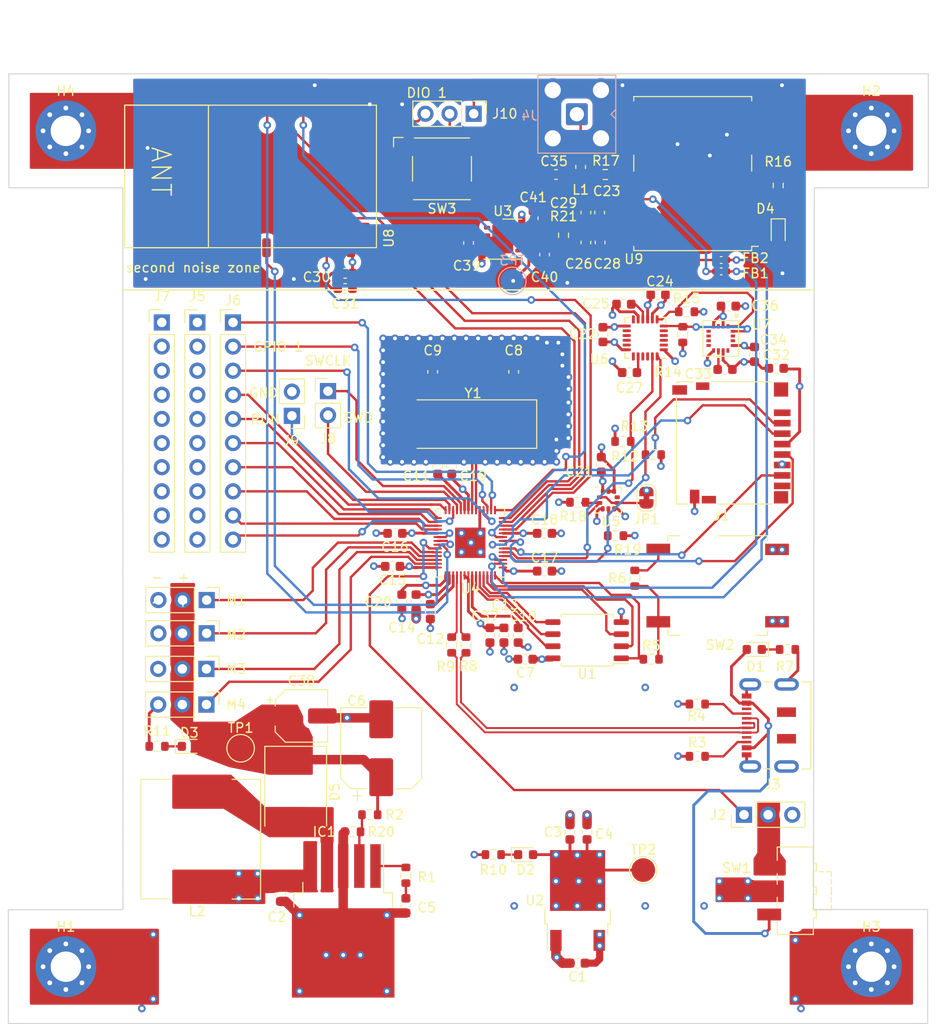
<source format=kicad_pcb>
(kicad_pcb (version 20211014) (generator pcbnew)
  (title_block (title "Engineering 2023 UAV flight controller") (date "2023-03-24") (rev "1") (company "Mann Co."))
  (layers (0 "F.Cu" signal) (1 "In1.Cu" power) (2 "In2.Cu" power) (31 "B.Cu" signal) (34 "B.Paste" user) (35 "F.Paste" user) (36 "B.SilkS" user "B.Silkscreen") (37 "F.SilkS" user "F.Silkscreen") (38 "B.Mask" user) (39 "F.Mask" user) (44 "Edge.Cuts" user))
  (net 0 "")
  (net 1 "GND")
  (net 2 "/3.3v rail")
  (net 3 "/Servo 6V rail")
  (net 4 "/XIN")
  (net 5 "/XOUT")
  (net 6 "/1.1V internal rp2040 reg")
  (net 7 "/phantom power")
  (net 8 "/led_green_2")
  (net 9 "/USB_C positive rail")
  (net 10 "/led_red_2")
  (net 12 "/microSD_CS")
  (net 13 "/microSD_MOSI")
  (net 14 "/microSD_CLK")
  (net 15 "/microSD_MISO")
  (net 17 "/ESC PWM")
  (net 20 "/NEO_RF_IN")
  (net 21 "/External_pin_1")
  (net 22 "/External_pin_2")
  (net 23 "/External_pin_3")
  (net 24 "/External_pin_4")
  (net 25 "/External_pin_5")
  (net 26 "/External_pin_6")
  (net 27 "/External_pin_7")
  (net 28 "/External_pin_8")
  (net 29 "/External_pin_9")
  (net 30 "/External_pin_10")
  (net 31 "/DIO1")
  (net 32 "/DIO2")
  (net 33 "/DIO3")
  (net 34 "/~{CS}")
  (net 35 "/Aileron Left PWM")
  (net 36 "/Aileron Right PWM")
  (net 37 "/Elevator Left PWM")
  (net 38 "/Elevator Right PWM")
  (net 39 "/QSPI_SS")
  (net 40 "/sw_r")
  (net 41 "/sw_led")
  (net 42 "/+")
  (net 43 "/-")
  (net 44 "/IMU_SDA")
  (net 45 "/IMU_SCL")
  (net 46 "/IMU_AUX_SDA")
  (net 47 "/IMU_AUX_SCL")
  (net 48 "/NEO_VCC_RF")
  (net 49 "/LORA_~{RESET}")
  (net 50 "/QSPI_SD1")
  (net 51 "/QSPI_SD2")
  (net 52 "/QSPI_SD0")
  (net 53 "/QSPI_SD3")
  (net 54 "/NEO_RXD")
  (net 55 "/NEO_TXD")
  (net 56 "/LORA_MISO")
  (net 57 "/LORA_~{SS}")
  (net 58 "/LORA SCK")
  (net 59 "/LORA_MOSI")
  (net 60 "/LORA_BUSY")
  (net 61 "/SWCLK")
  (net 62 "/SWD")
  (net 63 "/RUN")
  (net 64 "/LORA_RX_EN")
  (net 65 "/LORA_TX_EN")
  (net 66 "/QSPI_SCLK")
  (net 67 "/LPS_INT_DRDY")
  (net 72 "/IMU_INT")
  (net 87 "/MMC_INT")
  (net 93 "/NEO_~{RESET}")
  (net 100 "/IMU_REGOUT")
  (net 101 "/CC1")
  (net 102 "/CC2")
  (net 103 "/MMC_CAP")
  (net 104 "/NEO_TIMEPULSE")
  (net 105 "/USB_D_P")
  (net 106 "/USB_D_N")
  (net 107 "/IMU_CPOUT")
  (net 108 "/reg in")
  (net 109 "Net-(C5-Pad1)")
  (net 110 "/NEO 3.3v rail")
  (net 111 "/led_green")
  (net 112 "Net-(D3-Pad1)")
  (net 113 "/L-D")
  (net 114 "/NEO_FB_TXD")
  (net 115 "/NEO_FB_RXD")
  (net 116 "Net-(IC1-Pad1)")
  (net 117 "/FEEDBACK")
  (net 118 "/ESC positive rail")
  (net 120 "/~{LDO_ERROR}")
  (footprint "Package_LGA:ST_HLGA-10_2.5x2.5mm_P0.6mm_LayoutBorder3x2y" (layer "F.Cu") (at 166.525 86.875)
    (fp_text reference "U5")
    (fp_text value "LPS25HB")
  )
  (footprint "Resistor_SMD:R_0603_1608Metric" (layer "F.Cu") (at 175.875 113.85)
    (fp_text reference "R3")
    (fp_text value "5k1")
  )
  (footprint "Resistor_SMD:R_0603_1608Metric" (layer "F.Cu") (at 184.4 53.75 90)
    (fp_text reference "R16")
    (fp_text value "330")
  )
  (footprint "Inductor_SMD:L_0402_1005Metric_Pad0.77x0.64mm_HandSolder" (layer "F.Cu") (at 178.4 62.8 180)
    (fp_text reference "FB1")
    (fp_text value " BLM15HD102SN1")
  )
  (footprint "SX1280:E28-2G4M27S" (layer "F.Cu") (at 143.41 52.3 -90)
    (fp_text reference "U8")
    (fp_text value "E28-2G4M27S")
  )
  (footprint "Capacitor_SMD:C_0603_1608Metric" (layer "F.Cu") (at 165.775 83.125 -90)
    (fp_text reference "C21")
    (fp_text value "4u7")
  )
  (footprint "Capacitor_SMD:C_0603_1608Metric" (layer "F.Cu") (at 165.6 56.6 90)
    (fp_text reference "C23")
    (fp_text value "10u")
  )
  (footprint "Connector_Card:microSD_HC_Hirose_DM3D-SF" (layer "F.Cu") (at 179.475 80.855 90)
    (fp_text reference "J1")
    (fp_text value "Micro_SD_Card")
  )
  (footprint "Connector_PinHeader_2.54mm:PinHeader_1x03_P2.54mm_Vertical" (layer "F.Cu") (at 124.2 104.65 -90)
    (fp_text reference "M3")
    (fp_text value "Elevator Left")
  )
  (footprint "Package_TO_SOT_SMD:TO-263-5_TabPin3" (layer "F.Cu") (at 138.6 131.175 -90)
    (fp_text reference "IC1")
    (fp_text value "LM2577SX-ADJ_NOPB")
  )
  (footprint "Connector_PinHeader_2.54mm:PinHeader_1x02_P2.54mm_Vertical" (layer "F.Cu") (at 137 75.4)
    (fp_text reference "J8")
    (fp_text value "Serial wire debug")
  )
  (footprint "Capacitor_SMD:C_0603_1608Metric" (layer "F.Cu") (at 159.8 94.35)
    (fp_text reference "C17")
    (fp_text value "100n")
  )
  (footprint "Connector_PinHeader_2.54mm:PinHeader_1x10_P2.54mm_Vertical" (layer "F.Cu") (at 127 68.175)
    (fp_text reference "J6")
    (fp_text value "GPIO")
  )
  (footprint "LED_SMD:LED_0603_1608Metric" (layer "F.Cu") (at 157.8 124.2)
    (fp_text reference "D2")
    (fp_text value "LED_GREEN")
  )
  (footprint "Capacitor_SMD:C_0603_1608Metric" (layer "F.Cu") (at 148.55 83.35 90)
    (fp_text reference "C11")
    (fp_text value "100n")
  )
  (footprint "Capacitor_SMD:C_0603_1608Metric" (layer "F.Cu") (at 138.8 64.6 180)
    (fp_text reference "C31")
    (fp_text value "0.1u")
  )
  (footprint "Capacitor_SMD:C_0603_1608Metric" (layer "F.Cu") (at 165.65 59.75 -90)
    (fp_text reference "C28")
    (fp_text value "10u")
  )
  (footprint "Capacitor_SMD:C_0603_1608Metric" (layer "F.Cu") (at 159.8 61.025 -90)
    (fp_text reference "C40")
    (fp_text value "4u7")
  )
  (footprint "Resistor_SMD:R_0603_1608Metric" (layer "F.Cu") (at 150.025 102.125 90)
    (fp_text reference "R9")
    (fp_text value "27.4")
  )
  (footprint "Package_TO_SOT_SMD:TO-252-2" (layer "F.Cu") (at 163.275 129.025 90)
    (fp_text reference "U2")
    (fp_text value "NCP1117-3.3_TO252")
  )
  (footprint "Package_SO:SOIC-8_5.23x5.23mm_P1.27mm" (layer "F.Cu") (at 164.275 101.625 180)
    (fp_text reference "U1")
    (fp_text value "W25Q128JVS")
  )
  (footprint "Resistor_SMD:R_0603_1608Metric" (layer "F.Cu") (at 141.4 120 180)
    (fp_text reference "R2")
    (fp_text value "1K2")
  )
  (footprint "Sensor_Motion:InvenSense_QFN-24_4x4mm_P0.5mm" (layer "F.Cu") (at 170.4 69.8 180)
    (fp_text reference "U6")
    (fp_text value "MPU-6050")
  )
  (footprint "MountingHole:MountingHole_3.2mm_M3_Pad_Via" (layer "F.Cu") (at 194.2 48)
    (fp_text reference "H2")
    (fp_text value "MountingHole_Pad")
  )
  (footprint "Resistor_SMD:R_0603_1608Metric" (layer "F.Cu") (at 185.375 102.6)
    (fp_text reference "R7")
    (fp_text value "330")
  )
  (footprint "MountingHole:MountingHole_3.2mm_M3_Pad_Via" (layer "F.Cu") (at 109.4 136)
    (fp_text reference "H1")
    (fp_text value "MountingHole_Pad")
  )
  (footprint "Resistor_SMD:R_0603_1608Metric" (layer "F.Cu") (at 161.8 59 90)
    (fp_text reference "R21")
    (fp_text value "330")
  )
  (footprint "Connector_PinHeader_2.54mm:PinHeader_1x10_P2.54mm_Vertical" (layer "F.Cu") (at 119.5 68.17)
    (fp_text reference "J7")
    (fp_text value "external ground rail")
  )
  (footprint "MountingHole:MountingHole_3.2mm_M3_Pad_Via" (layer "F.Cu") (at 109.4 48)
    (fp_text reference "H4")
    (fp_text value "MountingHole_Pad")
  )
  (footprint "Inductor_SMD:L_0603_1608Metric" (layer "F.Cu") (at 163.6 51.8 90)
    (fp_text reference "L1")
    (fp_text value "27n")
  )
  (footprint "Capacitor_SMD:C_0603_1608Metric" (layer "F.Cu") (at 165.95 69.45 90)
    (fp_text reference "C22")
    (fp_text value "0.1u")
  )
  (footprint "Button_Switch_SMD:SW_SPST_Omron_B3FS-100xP" (layer "F.Cu") (at 149 52)
    (fp_text reference "SW3")
    (fp_text value "SW_Push")
  )
  (footprint "Resistor_SMD:R_0603_1608Metric" (layer "F.Cu") (at 119 112.8 180)
    (fp_text reference "R11")
    (fp_text value "330")
  )
  (footprint "Connector_PinHeader_2.54mm:PinHeader_1x03_P2.54mm_Vertical" (layer "F.Cu") (at 124.225 97.4 -90)
    (fp_text reference "M1")
    (fp_text value "Aileron Left")
  )
  (footprint "Capacitor_SMD:C_0603_1608Metric" (layer "F.Cu") (at 168.75 73.45)
    (fp_text reference "C27")
    (fp_text value "2n2")
  )
  (footprint "Resistor_SMD:R_0603_1608Metric" (layer "F.Cu") (at 171.025 103.625)
    (fp_text reference "R5")
    (fp_text value "1k")
  )
  (footprint "Jumper:SolderJumper-2_P1.3mm_Bridged_RoundedPad1.0x1.5mm" (layer "F.Cu") (at 170.525 86.625 90)
    (fp_text reference "JP1")
    (fp_text value "SolderJumper_2_Bridged")
  )
  (footprint "Capacitor_SMD:C_0603_1608Metric" (layer "F.Cu") (at 157.775 103.625 180)
    (fp_text reference "C7")
    (fp_text value "100n")
  )
  (footprint "Capacitor_SMD:C_0603_1608Metric" (layer "F.Cu") (at 148.025 73.375 -90)
    (fp_text reference "C9")
    (fp_text value "27p")
  )
  (footprint "Resistor_SMD:R_0603_1608Metric" (layer "F.Cu") (at 167.275 90.625 180)
    (fp_text reference "R19")
    (fp_text value "2k7")
  )
  (footprint "Connector_PinHeader_2.54mm:PinHeader_1x03_P2.54mm_Vertical" (layer "F.Cu") (at 124.2 108.4 -90)
    (fp_text reference "M4")
    (fp_text value "Elevator Right")
  )
  (footprint "Inductor_SMD:L_0402_1005Metric_Pad0.77x0.64mm_HandSolder" (layer "F.Cu") (at 178.4 61.6 180)
    (fp_text reference "FB2")
    (fp_text value " BLM15HD102SN1")
  )
  (footprint "RF_GPS:ublox_NEO" (layer "F.Cu") (at 175.4 52.5 180)
    (fp_text reference "U9")
    (fp_text value "NEO-M8N")
  )
  (footprint "Connector_PinHeader_2.54mm:PinHeader_1x03_P2.54mm_Vertical" (layer "F.Cu") (at 180.8 120 90)
    (fp_text reference "J2")
    (fp_text value "ESC speed control")
  )
  (footprint "Capacitor_SMD:C_0603_1608Metric" (layer "F.Cu") (at 151.8 59.8 90)
    (fp_text reference "C39")
    (fp_text value "2u2")
  )
  (footprint "Capacitor_SMD:C_0603_1608Metric" (layer "F.Cu") (at 150.025 83.35 90)
    (fp_text reference "C19")
    (fp_text value "100n")
  )
  (footprint "Capacitor_SMD:C_0603_1608Metric" (layer "F.Cu") (at 168.15 66.25)
    (fp_text reference "C25")
    (fp_text value "0.1u")
  )
  (footprint "Package_SON:WSON-8-1EP_4x4mm_P0.8mm_EP2.2x3mm" (layer "F.Cu") (at 155.4 59.4)
    (fp_text reference "U3")
    (fp_text value "LP2987-3.3_WSON8")
  )
  (footprint "Inductor_SMD:L_Wuerth_WE-PD-Typ-LS" (layer "F.Cu") (at 123.6 122.575 90)
    (fp_text reference "L2")
    (fp_text value "47u")
  )
  (footprint "Capacitor_SMD:C_0603_1608Metric" (layer "F.Cu") (at 154.05 101.1 -90)
    (fp_text reference "C37")
    (fp_text value "100n")
  )
  (footprint "Capacitor_SMD:C_0603_1608Metric" (layer "F.Cu") (at 145.2 129.575 -90)
    (fp_text reference "C5")
    (fp_text value "0.33u")
  )
  (footprint "Capacitor_SMD:C_0603_1608Metric" (layer "F.Cu") (at 179.15 66.45 180)
    (fp_text reference "C36")
    (fp_text value "1u")
  )
  (footprint "Button_Switch_SMD:SW_MEC_5GSH9" (layer "F.Cu") (at 178.025 95.875 -90)
    (fp_text reference "SW2")
    (fp_text value "4FSH922")
  )
  (footprint "Resistor_SMD:R_0603_1608Metric" (layer "F.Cu") (at 169.3 95.1 90)
    (fp_text reference "R6")
    (fp_text value "330")
  )
  (footprint "Resistor_SMD:R_0603_1608Metric" (layer "F.Cu") (at 139.6 121.8 180)
    (fp_text reference "R20")
    (fp_text value "330")
  )
  (footprint "Capacitor_SMD:C_0603_1608Metric" (layer "F.Cu") (at 164.275 121.825 90)
    (fp_text reference "C4")
    (fp_text value "0.1uf")
  )
  (footprint "Resistor_SMD:R_0603_1608Metric" (layer "F.Cu") (at 168.05 80.7 180)
    (fp_text reference "R13")
    (fp_text value "2k7")
  )
  (footprint "LED_SMD:LED_0603_1608Metric" (layer "F.Cu") (at 122.4 112.8)
    (fp_text reference "D3")
    (fp_text value "LED_RED")
  )
  (footprint "Capacitor_SMD:C_0603_1608Metric" (layer "F.Cu") (at 156.55 73.375 -90)
    (fp_text reference "C8")
    (fp_text value "27p")
  )
  (footprint "Diode_SMD:D_SMC" (layer "F.Cu") (at 133.6 117.6 -90)
    (fp_text reference "D5")
    (fp_text value "1N5821")
  )
  (footprint "Capacitor_SMD:C_0603_1608Metric" (layer "F.Cu") (at 163.275 135.625 180)
    (fp_text reference "C1")
    (fp_text value "0.1uf")
  )
  (footprint "TestPoint:TestPoint_Pad_D2.5mm" (layer "F.Cu") (at 127.8 113)
    (fp_text reference "TP1")
    (fp_text value "6v tp")
  )
  (footprint "Capacitor_SMD:C_0603_1608Metric" (layer "F.Cu") (at 164.15 59.75 -90)
    (fp_text reference "C26")
    (fp_text value "0.1u")
  )
  (footprint "Capacitor_SMD:CP_Elec_8x6.5" (layer "F.Cu") (at 142.6 113 90)
    (fp_text reference "C6")
    (fp_text value "680u")
  )
  (footprint "Capacitor_SMD:C_0603_1608Metric" (layer "F.Cu") (at 162.475 121.825 90)
    (fp_text reference "C3")
    (fp_text value "1uf")
  )
  (footprint "Connector_PinHeader_2.54mm:PinHeader_1x03_P2.54mm_Vertical" (layer "F.Cu") (at 124.225 100.9 -90)
    (fp_text reference "M2")
    (fp_text value "Aileron Right")
  )
  (footprint "Capacitor_SMD:C_0603_1608Metric" (layer "F.Cu") (at 144.775 97.6 -90)
    (fp_text reference "C20")
    (fp_text value "100n")
  )
  (footprint "Capacitor_SMD:C_0603_1608Metric" (layer "F.Cu") (at 157.025 101.1 -90)
    (fp_text reference "C10")
    (fp_text value "100n")
  )
  (footprint "Resistor_SMD:R_0603_1608Metric" (layer "F.Cu") (at 171.25 82.1)
    (fp_text reference "R12")
    (fp_text value "2k7")
  )
  (footprint "Capacitor_SMD:C_0603_1608Metric" (layer "F.Cu") (at 144.05 90.375 180)
    (fp_text reference "C16")
    (fp_text value "100n")
  )
  (footprint "MountingHole:MountingHole_3.2mm_M3_Pad_Via" (layer "F.Cu") (at 194.2 136)
    (fp_text reference "H3")
    (fp_text value "MountingHole_Pad")
  )
  (footprint "Capacitor_SMD:C_0603_1608Metric" (layer "F.Cu") (at 155.525 101.1 -90)
    (fp_text reference "C13")
    (fp_text value "100n")
  )
  (footprint "Capacitor_SMD:C_0603_1608Metric" (layer "F.Cu") (at 161 52.6 180)
    (fp_text reference "C35")
    (fp_text value "10n")
  )
  (footprint "Capacitor_SMD:C_0603_1608Metric" (layer "F.Cu") (at 171.75 65.25)
    (fp_text reference "C24")
    (fp_text value "10n")
  )
  (footprint "Connector_PinHeader_2.54mm:PinHeader_1x02_P2.54mm_Vertical" (layer "F.Cu") (at 133.2 78 180)
    (fp_text reference "J9")
    (fp_text value "reset short?")
  )
  (footprint "Capacitor_SMD:C_0603_1608Metric" (layer "F.Cu") (at 138.8 63 180)
    (fp_text reference "C30")
    (fp_text value "10u")
  )
  (footprint "Capacitor_SMD:C_0603_1608Metric" (layer "F.Cu") (at 143.8 93.85 180)
    (fp_text reference "C15")
    (fp_text value "100n")
  )
  (footprint "Capacitor_SMD:C_0603_1608Metric" (layer "F.Cu") (at 147.775 98.6 -90)
    (fp_text reference "C12")
    (fp_text value "1u")
  )
  (footprint "Resistor_SMD:R_0603_1608Metric" (layer "F.Cu") (at 166.2 52.6 180)
    (fp_text reference "R17")
    (fp_text value "10")
  )
  (footprint "Resistor_SMD:R_0603_1608Metric" (layer "F.Cu") (at 151.525 102.125 90)
    (fp_text reference "R8")
    (fp_text value "27.4")
  )
  (footprint "Connector_USB:USB_C_Receptacle_JAE_DX07S016JA1R1500" (layer "F.Cu") (at 184.125 110.6 90)
    (fp_text reference "J3")
    (fp_text value "USB_C_Receptacle_USB2.0")
  )
  (footprint "Connector_PinHeader_2.54mm:PinHeader_1x10_P2.54mm_Vertical" (layer "F.Cu") (at 123.25 68.17)
    (fp_text reference "J5")
    (fp_text value "external power rail")
  )
  (footprint "LED_SMD:LED_0603_1608Metric" (layer "F.Cu") (at 184.4 58.75 -90)
    (fp_text reference "D4")
    (fp_text value "LED_RED")
  )
  (footprint "Capacitor_SMD:C_0603_1608Metric" (layer "F.Cu") (at 158.6 57.2 90)
    (fp_text reference "C41")
    (fp_text value "2u2")
  )
  (footprint "TestPoint:TestPoint_Pad_D2.5mm" (layer "F.Cu") (at 170.195 125.825)
    (fp_text reference "TP2")
    (fp_text value "3.3 tp")
  )
  (footprint "Capacitor_SMD:C_0603_1608Metric" (layer "F.Cu") (at 178.8 73.124999 180)
    (fp_text reference "C33")
    (fp_text value "10u")
  )
  (footprint "Package_DFN_QFN:QFN-56-1EP_7x7mm_P0.4mm_EP3.2x3.2mm" (layer "F.Cu") (at 151.98 91.37 180)
    (fp_text reference "U4")
    (fp_text value "RP2040")
  )
  (footprint "MMC5983MA:MMC5983MA" (layer "F.Cu") (at 178.35 69.85 -90)
    (fp_text reference "U7")
    (fp_text value "MMC5983MA")
  )
  (footprint "Capacitor_SMD:C_0603_1608Metric" (layer "F.Cu") (at 132 128.35 -90)
    (fp_text reference "C2")
    (fp_text value "0.1uf")
  )
  (footprint "Capacitor_SMD:C_0603_1608Metric" (layer "F.Cu") (at 181.9 71.524999 90)
    (fp_text reference "C34")
    (fp_text value "1u")
  )
  (footprint "Button_Switch_SMD:SW_SPDT_CK-JS102011SAQN" (layer "F.Cu") (at 186.2 128 90)
    (fp_text reference "SW1")
    (fp_text value "SW_SPDT")
  )
  (footprint "Crystal:Crystal_SMD_HC49-SD" (layer "F.Cu") (at 152.275 78.875 180)
    (fp_text reference "Y1")
    (fp_text value "ABLS-12.000MHZ-B4-T")
  )
  (footprint "Resistor_SMD:R_0603_1608Metric" (layer "F.Cu") (at 174.75 67.05)
    (fp_text reference "R15")
    (fp_text value "2k7")
  )
  (footprint "Capacitor_SMD:C_0603_1608Metric" (layer "F.Cu") (at 164.15 56.6 90)
    (fp_text reference "C29")
    (fp_text value "0.1u")
  )
  (footprint "Resistor_SMD:R_0603_1608Metric" (layer "F.Cu") (at 174.35 69.45 -90)
    (fp_text reference "R14")
    (fp_text value "2k7")
  )
  (footprint "Resistor_SMD:R_0603_1608Metric" (layer "F.Cu") (at 145.2 126.375 -90)
    (fp_text reference "R1")
    (fp_text value "2k2")
  )
  (footprint "Resistor_SMD:R_0603_1608Metric" (layer "F.Cu") (at 163.3 87.1)
    (fp_text reference "R18")
    (fp_text value "2k7")
  )
  (footprint "Resistor_SMD:R_0603_1608Metric" (layer "F.Cu") (at 175.875 108.35)
    (fp_text reference "R4")
    (fp_text value "5k1")
  )
  (footprint "Capacitor_SMD:CP_Elec_5x3" (layer "F.Cu") (at 134.2 109.6)
    (fp_text reference "C38")
    (fp_text value "47u")
  )
  (footprint "Capacitor_SMD:C_0603_1608Metric" (layer "F.Cu") (at 146.275 97.6 -90)
    (fp_text reference "C14")
    (fp_text value "1u")
  )
  (footprint "Resistor_SMD:R_0603_1608Metric" (layer "F.Cu") (at 154.4 124.2 180)
    (fp_text reference "R10")
    (fp_text value "330")
  )
  (footprint "Capacitor_SMD:C_0603_1608Metric" (layer "F.Cu") (at 184.2 73 180)
    (fp_text reference "C32")
    (fp_text value "0.1u")
  )
  (footprint "Connector_PinHeader_2.54mm:PinHeader_1x03_P2.54mm_Vertical" (layer "F.Cu") (at 152.34 46.2 -90)
    (fp_text reference "J10")
    (fp_text value "DIO")
  )
  (footprint "Capacitor_SMD:C_0603_1608Metric" (layer "F.Cu") (at 159.8 90.375)
    (fp_text reference "C18")
    (fp_text value "100n")
  )
  (footprint "LED_SMD:LED_0603_1608Metric" (layer "F.Cu") (at 181.875 102.6 180)
    (fp_text reference "D1")
    (fp_text value "LED_GREEN")
  )
  (footprint "Connector_Coaxial:SMA_Amphenol_901-143_Horizontal" (layer "B.Cu") (at 163.2 46.25 180)
    (fp_text reference "J4")
    (fp_text value "Conn_Coaxial")
  )
  (footprint "TestPoint:TestPoint_Pad_D2.5mm" (layer "B.Cu") (at 156.4 63.8 180)
    (fp_text reference "TP3")
    (fp_text value "NEO 3.3 tp")
  )
  (gr_line (start 115.5 64.75) (end 188 64.75) (layer "F.SilkS") (width 0.15))
  (gr_line (start 115.4 42) (end 103.4 42) (layer "Edge.Cuts") (width 0.1))
  (gr_line (start 103.4 54) (end 115.4 54) (layer "Edge.Cuts") (width 0.1))
  (gr_line (start 200.13 129.98) (end 188.12 129.98) (layer "Edge.Cuts") (width 0.1))
  (gr_line (start 115.4 54) (end 115.42 130) (layer "Edge.Cuts") (width 0.1))
  (gr_line (start 103.34 141.98) (end 103.34 130) (layer "Edge.Cuts") (width 0.1))
  (gr_line (start 200.2 54) (end 188.2 54) (layer "Edge.Cuts") (width 0.1))
  (gr_line (start 188.125 141.975) (end 200.14 141.98) (layer "Edge.Cuts") (width 0.1))
  (gr_line (start 200.14 141.98) (end 200.13 129.98) (layer "Edge.Cuts") (width 0.1))
  (gr_line (start 188.125 42) (end 115.4 42) (layer "Edge.Cuts") (width 0.1))
  (gr_line (start 115.4 141.975) (end 188.125 141.975) (layer "Edge.Cuts") (width 0.1))
  (gr_line (start 103.34 130) (end 115.42 130) (layer "Edge.Cuts") (width 0.1))
  (gr_line (start 188.12 129.98) (end 188.2 54) (layer "Edge.Cuts") (width 0.1))
  (gr_line (start 115.4 141.975) (end 103.34 141.98) (layer "Edge.Cuts") (width 0.1))
  (gr_line (start 103.4 42) (end 103.4 54) (layer "Edge.Cuts") (width 0.1))
  (gr_line (start 188.125 42) (end 200.2 42) (layer "Edge.Cuts") (width 0.1))
  (gr_line (start 200.2 42) (end 200.2 54) (layer "Edge.Cuts") (width 0.1))
  (gr_text "SWCLK\n" (at 137 72.2) (layer "F.SilkS") (effects (font (size 1 1))))
  (gr_text "RUN\n" (at 130.4 78.4) (layer "F.SilkS") (effects (font (size 1 1))))
  (gr_text "second noise zone" (at 122.8 62.4) (layer "F.SilkS") (effects (font (size 1 1))))
  (gr_text "-" (at 118.975 97.6) (layer "F.SilkS") (effects (font (size 1 1))))
  (gr_text "+" (at 121.8 95) (layer "F.SilkS") (effects (font (size 1 1))))
  (gr_text "-" (at 119 95) (layer "F.SilkS") (effects (font (size 1 1))))
  (gr_text "SWD" (at 140.2 78.2) (layer "F.SilkS") (effects (font (size 1 1))))
  (gr_text "DIO 1" (at 147.4 44) (layer "F.SilkS") (effects (font (size 1 1))))
  (gr_text "GND\n" (at 130.2 75.6) (layer "F.SilkS") (effects (font (size 1 1))))
  (gr_text "GPIO 1" (at 131.75 70.75) (layer "F.SilkS") (effects (font (size 1 1))))
  (gr_text "+" (at 121.725 97.6) (layer "F.SilkS") (effects (font (size 1 1))))
  (segment (start 165.3 89.1) (end 165.3 88.1) (width 0.3) (layer "F.Cu") (net 1))
  (segment (start 166.95 72.25) (end 166.95 72.425) (width 0.3) (layer "F.Cu") (net 1))
  (segment (start 176.95 72.45) (end 176.95 71.774998) (width 0.3) (layer "F.Cu") (net 1))
  (segment (start 145.2 130.35) (end 143.425 130.35) (width 1) (layer "F.Cu") (net 1))
  (segment (start 156.05 103.6) (end 156.075 103.625) (width 0.3) (layer "F.Cu") (net 1))
  (segment (start 167.95 71.05) (end 168.45 71.05) (width 0.3) (layer "F.Cu") (net 1))
  (segment (start 170.975 65.85) (end 170.975 65.25) (width 0.3) (layer "F.Cu") (net 1))
  (segment (start 138.14 63.885) (end 138.14 64.485) (width 0.3) (layer "F.Cu") (net 1))
  (segment (start 142.45 109.8) (end 142.6 109.95) (width 1) (layer "F.Cu") (net 1))
  (segment (start 138.025 64.6) (end 137.4 64.6) (width 0.3) (layer "F.Cu") (net 1))
  (segment (start 169.65 67.85) (end 169.65 67.465381) (width 0.3) (layer "F.Cu") (net 1))
  (segment (start 138.6 121.975) (end 138.775 121.8) (width 1) (layer "F.Cu") (net 1))
  (segment (start 167.125 85.95) (end 167.125 83.725) (width 0.3) (layer "F.Cu") (net 1))
  (segment (start 143.425 130.35) (end 143.2 130.575) (width 0.3) (layer "F.Cu") (net 1))
  (segment (start 186.475 102.875) (end 186.2 102.6) (width 0.3) (layer "F.Cu") (net 1))
  (segment (start 155.525 101.875) (end 155.525 102.85) (width 0.3) (layer "F.Cu") (net 1))
  (segment (start 167.125 85.95) (end 166.525 85.95) (width 0.3) (layer "F.Cu") (net 1))
  (segment (start 180.8 72.324999) (end 180.825 72.299999) (width 0.3) (layer "F.Cu") (net 1))
  (segment (start 170.65 66.175) (end 170.975 65.85) (width 0.3) (layer "F.Cu") (net 1))
  (segment (start 152.98 90.37) (end 151.98 91.37) (width 0.3) (layer "F.Cu") (net 1))
  (segment (start 185.275 106.28) (end 185.275 106) (width 0.3) (layer "F.Cu") (net 1))
  (segment (start 144.775 98.375) (end 144.775 99.325) (width 0.3) (layer "F.Cu") (net 1))
  (segment (start 165.8 82.4) (end 165.8 81.85) (width 0.3) (layer "F.Cu") (net 1))
  (segment (start 139 109.8) (end 136.6 109.8) (width 1) (layer "F.Cu") (net 1))
  (segment (start 138.14 60.3) (end 138.14 63.885) (width 0.3) (layer "F.Cu") (net 1))
  (segment (start 146.275 99.375) (end 146.275 99.625) (width 0.3) (layer "F.Cu") (net 1))
  (segment (start 165.775 81.325) (end 165.8 81.3) (width 0.3) (layer "F.Cu") (net 1))
  (segment (start 173.55 72.25) (end 172.35 71.05) (width 0.3) (layer "F.Cu") (net 1))
  (segment (start 173.875 108.35) (end 173.85 108.325) (width 0.3) (layer "F.Cu") (net 1))
  (segment (start 139 109.8) (end 142.45 109.8) (width 1) (layer "F.Cu") (net 1))
  (segment (start 186.475 104.8) (end 186.475 102.875) (width 0.3) (layer "F.Cu") (net 1))
  (segment (start 167.125 87.8) (end 167.5 87.8) (width 0.3) (layer "F.Cu") (net 1))
  (segment (start 160.995 133.225) (end 160.995 134.945) (width 1) (layer "F.Cu") (net 1))
  (segment (start 180.375 72.324999) (end 179.575 73.124999) (width 0.3) (layer "F.Cu") (net 1))
  (segment (start 182.700001 73) (end 182 72.299999) (width 0.3) (layer "F.Cu") (net 1))
  (segment (start 132.55 129.125) (end 134 130.575) (width 1) (layer "F.Cu") (net 1))
  (segment (start 160.995 134.945) (end 161.075 135.025) (width 0.3) (layer "F.Cu") (net 1))
  (segment (start 118.175 109.345) (end 119.12 108.4) (width 0.3) (layer "F.Cu") (net 1))
  (segment (start 157.5 102.35) (end 157.025 101.875) (width 0.3) (layer "F.Cu") (net 1))
  (segment (start 176.95 71.774998) (end 177.599999 71.124999) (width 0.3) (layer "F.Cu") (net 1))
  (segment (start 167.875 99.72) (end 167.875 98.6) (width 0.3) (layer "F.Cu") (net 1))
  (segment (start 144.775 99.325) (end 144.8 99.35) (width 0.3) (layer "F.Cu") (net 1))
  (segment (start 138.6 122.375) (end 138.6 134.55) (width 1) (layer "F.Cu") (net 1))
  (segment (start 152.98 87.9325) (end 152.98 90.37) (width 0.3) (layer "F.Cu") (net 1))
  (segment (start 138.6 122.375) (end 138.6 121.975) (width 1) (layer "F.Cu") (net 1))
  (segment (start 178.6 71.124999) (end 178.6 72.149999) (width 0.3) (layer "F.Cu") (net 1))
  (segment (start 161.675 135.625) (end 161.075 135.025) (width 1) (layer "F.Cu") (net 1))
  (segment (start 166.9505 67.4) (end 166.9505 66.6745) (width 0.3) (layer "F.Cu") (net 1))
  (segment (start 141.85 93.85) (end 141.825 93.825) (width 0.3) (layer "F.Cu") (net 1))
  (segment (start 155.525 101.875) (end 155.55 101.9) (width 0.3) (layer "F.Cu") (net 1))
  (segment (start 136.6 109.8) (end 136.4 109.6) (width 1) (layer "F.Cu") (net 1))
  (segment (start 165.95 70.225) (end 167.125 70.225) (width 0.3) (layer "F.Cu") (net 1))
  (segment (start 158.05 102.35) (end 157.5 102.35) (width 0.3) (layer "F.Cu") (net 1))
  (segment (start 181.075 107.5) (end 181.075 106.655) (width 0.3) (layer "F.Cu") (net 1))
  (segment (start 118.175 112.8) (end 118.175 109.345) (width 0.3) (layer "F.Cu") (net 1))
  (segment (start 180.825 72.299999) (end 182 72.299999) (width 0.3) (layer "F.Cu") (net 1))
  (segment (start 175.05 113.85) (end 173.875 113.85) (width 0.3) (layer "F.Cu") (net 1))
  (segment (start 165.775 82.35) (end 165.775 81.325) (width 0.3) (layer "F.Cu") (net 1))
  (segment (start 175.6 86.505) (end 175.6 88.05) (width 0.3) (layer "F.Cu") (net 1))
  (segment (start 178.6 72.149999) (end 179.575 73.124999) (width 0.3) (layer "F.Cu") (net 1))
  (segment (start 179.925 66.45) (end 180.95 66.45) (width 0.3) (layer "F.Cu") (net 1))
  (segment (start 167.125 70.225) (end 167.15 70.25) (width 0.3) (layer "F.Cu") (net 1))
  (segment (start 181.075 106.655) (end 181.45 106.28) (width 0.3) (layer "F.Cu") (net 1))
  (segment (start 167.5 87.8) (end 168.3 88.6) (width 0.3) (layer "F.Cu") (net 1))
  (segment (start 154.05 101.875) (end 154.05 102.85) (width 0.3) (layer "F.Cu") (net 1))
  (segment (start 167.375 66.675) (end 167.375 66.25) (width 0.3) (layer "F.Cu") (net 1))
  (segment (start 162.475 121.05) (end 162.475 120.025) (width 1) (layer "F.Cu") (net 1))
  (segment (start 162.5 135.625) (end 161.675 135.625) (width 1) (layer "F.Cu") (net 1))
  (segment (start 143.3 90.35) (end 143.325 90.375) (width 0.3) (layer "F.Cu") (net 1))
  (segment (start 147.775 99.375) (end 147.775 100.375) (width 0.3) (layer "F.Cu") (net 1))
  (segment (start 167.15 70.25) (end 167.95 71.05) (width 0.3) (layer "F.Cu") (net 1))
  (segment (start 156.075 103.625) (end 157 103.625) (width 0.3) (layer "F.Cu") (net 1))
  (segment (start 180.8 72.324999) (end 180.375 72.324999) (width 0.3) (layer "F.Cu") (net 1))
  (segment (start 185.275 106) (end 186.475 104.8) (width 0.3) (layer "F.Cu") (net 1))
  (segment (start 164.275 121.05) (end 164.275 120.025) (width 1) (layer "F.Cu") (net 1))
  (segment (start 136.6 63.8) (end 137.4 63) (width 0.3) (layer "F.Cu") (net 1))
  (segment (start 143.025 93.85) (end 141.85 93.85) (width 0.3) (layer "F.Cu") (net 1))
  (segment (start 160.575 94.35) (end 161.575 94.35) (width 0.3) (layer "F.Cu") (net 1))
  (segment (start 160.575 90.375) (end 161.55 90.375) (width 0.3) (layer "F.Cu") (net 1))
  (segment (start 169.65 67.465381) (end 169.234619 67.05) (width 0.3) (layer "F.Cu") (net 1))
  (segment (start 142.1 90.375) (end 143.275 90.375) (width 0.3) (layer "F.Cu") (net 1))
  (segment (start 167.125 83.725) (end 165.8 82.4) (width 0.3) (layer "F.Cu") (net 1))
  (segment (start 181.075 114.545) (end 181.45 114.92) (width 0.3) (layer "F.Cu") (net 1))
  (segment (start 170.65 66.35) (end 170.65 66.175) (width 0.3) (layer "F.Cu") (net 1))
  (segment (start 139.41 45.3) (end 139.5 45.3) (width 0.3) (layer "F.Cu") (net 1))
  (segment (start 165.3 88.1) (end 165.6 87.8) (width 0.3) (layer "F.Cu") (net 1))
  (segment (start 170.65 67.85) (end 170.65 66.35) (width 0.3) (layer "F.Cu") (net 1))
  (segment (start 138.14 64.485) (end 138.025 64.6) (width 0.3) (layer "F.Cu") (net 1))
  (segment (start 175.05 108.35) (end 173.875 108.35) (width 0.3) (layer "F.Cu") (net 1))
  (segment (start 166.95 72.425) (end 167.825 73.3) (width 0.3) (layer "F.Cu") (net 1))
  (segment (start 181.075 113.7) (end 181.075 114.545) (width 0.3) (layer "F.Cu") (net 1))
  (segment (start 165.6 87.8) (end 165.925 87.8) (width 0.3) (layer "F.Cu") (net 1))
  (segment (start 169.234619 67.05) (end 167.75 67.05) (width 0.3) (layer "F.Cu") (net 1))
  (segment (start 183.425 73) (end 182.700001 73) (width 0.3) (layer "F.Cu") (net 1))
  (segment (start 138.6 122.375) (end 138.6 125.4) (width 1) (layer "F.Cu") (net 1))
  (segment (start 173.875 113.85) (end 173.85 113.825) (width 0.3) (layer "F.Cu") (net 1))
  (segment (start 137.4 64.6) (end 136.6 63.8) (width 0.3) (layer "F.Cu") (net 1))
  (segment (start 166.9505 66.6745) (end 167.375 66.25) (width 0.3) (layer "F.Cu") (net 1))
  (segment (start 152.4 124.2) (end 153.575 124.2) (width 0.3) (layer "F.Cu") (net 1))
  (segment (start 146.275 98.375) (end 146.275 99.375) (width 1) (layer "F.Cu") (net 1))
  (segment (start 167.75 67.05) (end 167.375 66.675) (width 0.3) (layer "F.Cu") (net 1))
  (segment (start 137.4 63) (end 138.025 63) (width 0.3) (layer "F.Cu") (net 1))
  (segment (start 132 129.125) (end 132.55 129.125) (width 1) (layer "F.Cu") (net 1))
  (segment (start 152.98 90.28) (end 153.05 90.35) (width 0.3) (layer "F.Cu") (net 1))
  (via (at 153.05 90.35) (size 0.8) (drill 0.4) (layers "F.Cu" "B.Cu") (net 1))
  (via (at 133.4 63.6) (size 0.8) (drill 0.4) (layers "F.Cu" "B.Cu") (net 1))
  (via (at 167.15 70.25) (size 0.8) (drill 0.4) (layers "F.Cu" "B.Cu") (net 1))
  (via (at 159.8 82.85) (size 0.8) (drill 0.4) (layers "F.Cu" "B.Cu") (net 1))
  (via (at 177.2 50.6) (size 0.8) (drill 0.4) (layers "F.Cu" "B.Cu") (net 1))
  (via (at 159.05 69.85) (size 0.8) (drill 0.4) (layers "F.Cu" "B.Cu") (net 1))
  (via (at 142.8 69.85) (size 0.8) (drill 0.4) (layers "F.Cu" "B.Cu") (net 1))
  (via (at 136.8 134.775) (size 0.8) (drill 0.4) (layers "F.Cu" "B.Cu") (net 1))
  (via (at 155.3 69.85) (size 0.8) (drill 0.4) (layers "F.Cu" "B.Cu") (net 1))
  (via (at 152.05 91.35) (size 0.8) (drill 0.4) (layers "F.Cu" "B.Cu") (net 1))
  (via (at 162.325 73.925) (size 0.8) (drill 0.4) (layers "F.Cu" "B.Cu") (net 1))
  (via (at 117.8 63.6) (size 0.8) (drill 0.4) (layers "F.Cu" "B.Cu") (net 1))
  (via (at 151.05 90.35) (size 0.8) (drill 0.4) (layers "F.Cu" "B.Cu") (net 1))
  (via (at 152.8 69.85) (size 0.8) (drill 0.4) (layers "F.Cu" "B.Cu") (net 1))
  (via (at 165.3 89.1) (size 0.8) (drill 0.4) (layers "F.Cu" "B.Cu") (net 1))
  (via (at 184.8 83.1) (size 0.8) (drill 0.4) (layers "F.Cu" "B.Cu") (net 1))
  (via (at 160.05 70.3) (size 0.8) (drill 0.4) (layers "F.Cu" "B.Cu") (net 1))
  (via (at 135.6 43.2) (size 0.8) (drill 0.4) (layers "F.Cu" "B.Cu") (net 1))
  (via (at 134 138.575) (size 0.8) (drill 0.4) (layers "F.Cu" "B.Cu") (net 1))
  (via (at 183.8 92.1) (size 0.8) (drill 0.4) (layers "F.Cu" "B.Cu") (net 1))
  (via (at 147.8 69.85) (size 0.8) (drill 0.4) (layers "F.Cu" "B.Cu") (net 1))
  (via (at 162.3 76.6) (size 0.8) (drill 0.4) (layers "F.Cu" "B.Cu") (net 1))
  (via (at 142.8 79.85) (size 0.8) (drill 0.4) (layers "F.Cu" "B.Cu") (net 1))
  (via (at 156.6 106.6) (size 0.8) (drill 0.4) (layers "F.Cu" "B.Cu") (net 1))
  (via (at 153.55 82.85) (size 0.8) (drill 0.4) (layers "F.Cu" "B.Cu") (net 1))
  (via (at 162.3 79.1) (size 0.8) (drill 0.4) (layers "F.Cu" "B.Cu") (net 1))
  (via (at 186.8 140.4) (size 0.8) (drill 0.4) (layers "F.Cu" "B.Cu") (net 1))
  (via (at 154.8 82.85) (size 0.8) (drill 0.4) (layers "F.Cu" "B.Cu") (net 1))
  (via (at 118 49.8) (size 0.8) (drill 0.4) (layers "F.Cu" "B.Cu") (net 1))
  (via (at 142.8 82.35) (size 0.8) (drill 0.4) (layers "F.Cu" "B.Cu") (net 1))
  (via (at 180.8 72.324999) (size 0.8) (drill 0.4) (layers "F.Cu" "B.Cu") (net 1))
  (via (at 157.8 69.85) (size 0.8) (drill 0.4) (layers "F.Cu" "B.Cu") (net 1))
  (via (at 134 130.575) (size 0.8) (drill 0.4) (layers "F.Cu" "B.Cu") (net 1))
  (via (at 161.675 71.525) (size 0.8) (drill 0.4) (layers "F.Cu" "B.Cu") (net 1))
  (via (at 161.05 80.5) (size 0.8) (drill 0.4) (layers "F.Cu" "B.Cu") (net 1))
  (via (at 173.85 108.325) (size 0.8) (drill 0.4) (layers "F.Cu" "B.Cu") (net 1))
  (via (at 149.05 69.85) (size 0.8) (drill 0.4) (layers "F.Cu" "B.Cu") (net 1))
  (via (at 142.8 81.1) (size 0.8) (drill 0.4) (layers "F.Cu" "B.Cu") (net 1))
  (via (at 142.8 74.85) (size 0.8) (drill 0.4) (layers "F.Cu" "B.Cu") (net 1))
  (via (at 142.8 73.6) (size 0.8) (drill 0.4) (layers "F.Cu" "B.Cu") (net 1))
  (via (at 151.3 82.85) (size 0.8) (drill 0.4) (layers "F.Cu" "B.Cu") (net 1))
  (via (at 142.8 78.6) (size 0.8) (drill 0.4) (layers "F.Cu" "B.Cu") (net 1))
  (via (at 144.8 99.35) (size 0.8) (drill 0.4) (layers "F.Cu" "B.Cu") (net 1))
  (via (at 161.05 82.85) (size 0.8) (drill 0.4) (layers "F.Cu" "B.Cu") (net 1))
  (via (at 147.775 100.375) (size 0.8) (drill 0.4) (layers "F.Cu" "B.Cu") (net 1))
  (via (at 152.4 124.2) (size 0.8) (drill 0.4) (layers "F.Cu" "B.Cu") (net 1))
  (via (at 157.3 82.85) (size 0.8) (drill 0.4) (layers "F.Cu" "B.Cu") (net 1))
  (via (at 179 48.4) (size 0.8) (drill 0.4) (layers "F.Cu" "B.Cu") (net 1))
  (via (at 161.575 94.35) (size 0.8) (drill 0.4) (layers "F.Cu" "B.Cu") (net 1))
  (via (at 173.85 113.825) (size 0.8) (drill 0.4) (layers "F.Cu" "B.Cu") (net 1))
  (via (at 153.05 92.35) (size 0.8) (drill 0.4) (layers "F.Cu" "B.Cu") (net 1))
  (via (at 118.6 139.4) (size 0.8) (drill 0.4) (layers "F.Cu" "B.Cu") (net 1))
  (via (at 143.2 138.575) (size 0.8) (drill 0.4) (layers "F.Cu" "B.Cu") (net 1))
  (via (at 142.075 90.35) (size 0.8) (drill 0.4) (layers "F.Cu" "B.Cu") (net 1))
  (via (at 151.55 69.85) (size 0.8) (drill 0.4) (layers "F.Cu" "B.Cu") (net 1))
  (via (at 146.275 99.375) (size 0.8) (drill 0.4) (layers "F.Cu" "B.Cu") (net 1))
  (via (at 142.8 71.1) (size 0.8) (drill 0.4) (layers "F.Cu" "B.Cu") (net 1))
  (via (at 162.3 80.35) (size 0.8) (drill 0.4) (layers "F.Cu" "B.Cu") (net 1))
  (via (at 118.6 132.6) (size 0.8) (drill 0.4) (layers "F.Cu" "B.Cu") (net 1))
  (via (at 186.2 133.2) (size 0.8) (drill 0.4) (layers "F.Cu" "B.Cu") (net 1))
  (via (at 142.8 77.35) (size 0.8) (drill 0.4) (layers "F.Cu" "B.Cu") (net 1))
  (via (at 156.05 103.6) (size 0.8) (drill 0.4) (layers "F.Cu" "B.Cu") (net 1))
  (via (at 170.65 66.35) (size 0.8) (drill 0.4) (layers "F.Cu" "B.Cu") (net 1))
  (via (at 176.95 72.45) (size 0.8) (drill 0.4) (layers "F.Cu" "B.Cu") (net 1))
  (via (at 141.4 45.2) (size 0.8) (drill 0.4) (layers "F.Cu" "B.Cu") (net 1))
  (via (at 173.8 49.4) (size 0.8) (drill 0.4) (layers "F.Cu" "B.Cu") (net 1))
  (via (at 140.4 134.775) (size 0.8) (drill 0.4) (layers "F.Cu" "B.Cu") (net 1))
  (via (at 161.675 72.725) (size 0.8) (drill 0.4) (layers "F.Cu" "B.Cu") (net 1))
  (via (at 147.3 82.85) (size 0.8) (drill 0.4) (layers "F.Cu" "B.Cu") (net 1))
  (via (at 154.05 69.85) (size 0.8) (drill 0.4) (layers "F.Cu" "B.Cu") (net 1))
  (via (at 180.95 66.45) (size 0.8) (drill 0.4) (layers "F.Cu" "B.Cu") (net 1))
  (via (at 173.55 72.25) (size 0.8) (drill 0.4) (layers "F.Cu" "B.Cu") (net 1))
  (via (at 146.05 82.85) (size 0.8) (drill 0.4) (layers "F.Cu" "B.Cu") (net 1))
  (via (at 184.85 63) (size 0.8) (drill 0.4) (layers "F.Cu" "B.Cu") (net 1))
  (via (at 166.95 72.25) (size 0.8) (drill 0.4) (layers "F.Cu" "B.Cu") (net 1))
  (via (at 184.8 92.1) (size 0.8) (drill 0.4) (layers "F.Cu" "B.Cu") (net 1))
  (via (at 184.8 43.2) (size 0.8) (drill 0.4) (layers "F.Cu" "B.Cu") (net 1))
  (via (at 161.05 81.7) (size 0.8) (drill 0.4) (layers "F.Cu" "B.Cu") (net 1))
  (via (at 156.05 82.85) (size 0.8) (drill 0.4) (layers "F.Cu" "B.Cu") (net 1))
  (via (at 161.075 135.025) (size 0.8) (drill 0.4) (layers "F.Cu" "B.Cu") (net 1))
  (via (at 186.2 139.4) (size 0.8) (drill 0.4) (layers "F.Cu" "B.Cu") (net 1))
  (via (at 162.475 120.025) (size 0.8) (drill 0.4) (layers "F.Cu" "B.Cu") (net 1))
  (via (at 162.2 64) (size 0.8) (drill 0.4) (layers "F.Cu" "B.Cu") (net 1))
  (via (at 175.6 88.05) (size 0.8) (drill 0.4) (layers "F.Cu" "B.Cu") (net 1))
  (via (at 146.55 69.85) (size 0.8) (drill 0.4) (layers "F.Cu" "B.Cu") (net 1))
  (via (at 151.05 92.35) (size 0.8) (drill 0.4) (layers "F.Cu" "B.Cu") (net 1))
  (via (at 161.25 70.3) (size 0.8) (drill 0.4) (layers "F.Cu" "B.Cu") (net 1))
  (via (at 144.8 45.2) (size 0.8) (drill 0.4) (layers "F.Cu" "B.Cu") (net 1))
  (via (at 144.8 82.85) (size 0.8) (drill 0.4) (layers "F.Cu" "B.Cu") (net 1))
  (via (at 164.275 120.025) (size 0.8) (drill 0.4) (layers "F.Cu" "B.Cu") (net 1))
  (via (at 167.875 98.6) (size 0.8) (drill 0.4) (layers "F.Cu" "B.Cu") (net 1))
  (via (at 158.55 82.85) (size 0.8) (drill 0.4) (layers "F.Cu" "B.Cu") (net 1))
  (via (at 166.9505 67.4) (size 0.8) (drill 0.4) (layers "F.Cu" "B.Cu") (net 1))
  (via (at 141.825 93.825) (size 0.8) (drill 0.4) (layers "F.Cu" "B.Cu") (net 1))
  (via (at 144.05 69.85) (size 0.8) (drill 0.4) (layers "F.Cu" "B.Cu") (net 1))
  (via (at 161.55 90.375) (size 0.8) (drill 0.4) (layers "F.Cu" "B.Cu") (net 1))
  (via (at 142.8 72.35) (size 0.8) (drill 0.4) (layers "F.Cu" "B.Cu") (net 1))
  (via (at 162.325 75.175) (size 0.8) (drill 0.4) (layers "F.Cu" "B.Cu") (net 1))
  (via (at 143.2 130.575) (size 0.8) (drill 0.4) (layers "F.Cu" "B.Cu") (net 1))
  (via (at 117.4 140.4) (size 0.8) (drill 0.4) (layers "F.Cu" "B.Cu") (net 1))
  (via (at 162.3 77.85) (size 0.8) (drill 0.4) (layers "F.Cu" "B.Cu") (net 1))
  (via (at 138.6 134.775) (size 0.8) (drill 0.4) (layers "F.Cu" "B.Cu") (net 1))
  (via (at 142.8 76.1) (size 0.8) (drill 0.4) (layers "F.Cu" "B.Cu") (net 1))
  (via (at 168 43.2) (size 0.8) (drill 0.4) (layers "F.Cu" "B.Cu") (net 1))
  (via (at 156.6 129.6) (size 0.8) (drill 0.4) (layers "F.Cu" "B.Cu") (net 1))
  (via (at 168.3 88.6) (size 0.8) (drill 0.4) (layers "F.Cu" "B.Cu") (net 1))
  (via (at 154.05 102.85) (size 0.8) (drill 0.4) (layers "F.Cu" "B.Cu") (net 1))
  (via (at 158.05 102.35) (size 0.8) (drill 0.4) (layers "F.Cu" "B.Cu") (net 1))
  (via (at 150.3 69.85) (size 0.8) (drill 0.4) (layers "F.Cu" "B.Cu") (net 1))
  (via (at 139 109.8) (size 0.8) (drill 0.4) (layers "F.Cu" "B.Cu") (net 1))
  (via (at 145.3 69.85) (size 0.8) (drill 0.4) (layers "F.Cu" "B.Cu") (net 1))
  (via (at 170.4 129.6) (size 0.8) (drill 0.4) (layers "F.Cu" "B.Cu") (net 1))
  (via (at 170.4 106.6) (size 0.8) (drill 0.4) (layers "F.Cu" "B.Cu") (net 1))
  (via (at 156.55 69.85) (size 0.8) (drill 0.4) (layers "F.Cu" "B.Cu") (net 1))
  (via (at 165.8 81.3) (size 0.8) (drill 0.4) (layers "F.Cu" "B.Cu") (net 1))
  (via (at 155.525 102.85) (size 0.8) (drill 0.4) (layers "F.Cu" "B.Cu") (net 1))
  (via (at 176.6 129.6) (size 0.8) (drill 0.4) (layers "F.Cu" "B.Cu") (net 1))
  (via (at 143.55 82.85) (size 0.8) (drill 0.4) (layers "F.Cu" "B.Cu") (net 1))
  (segment (start 165.925 84.55) (end 165.775 84.4) (width 0.3) (layer "F.Cu") (net 2))
  (segment (start 164.275 122.6) (end 164.275 125.925) (width 0.3) (layer "F.Cu") (net 2))
  (segment (start 167.15 68.65) (end 167.25 68.55) (width 0.3) (layer "F.Cu") (net 2))
  (segment (start 144.695 93.97) (end 144.575 93.85) (width 0.3) (layer "F.Cu") (net 2))
  (segment (start 172.05 83.3) (end 172.075 83.275) (width 0.3) (layer "F.Cu") (net 2))
  (segment (start 180.825 70.600001) (end 181.074999 70.85) (width 0.3) (layer "F.Cu") (net 2))
  (segment (start 174.528545 71.275) (end 174.55 71.275) (width 0.3) (layer "F.Cu") (net 2))
  (segment (start 167.225 79.325) (end 167.25 79.3) (width 0.3) (layer "F.Cu") (net 2))
  (segment (start 162.475 124.625) (end 162.475 122.6) (width 0.3) (layer "F.Cu") (net 2))
  (segment (start 155.8 94.35) (end 156.55 94.35) (width 0.3) (layer "F.Cu") (net 2))
  (segment (start 151.38 94.8075) (end 151.78 95.2075) (width 0.3) (layer "F.Cu") (net 2))
  (segment (start 180.825 70.600001) (end 179.624999 70.600001) (width 0.3) (layer "F.Cu") (net 2))
  (segment (start 160.58 103.625) (end 160.675 103.53) (width 0.5) (layer "F.Cu") (net 2))
  (segment (start 144.775 96.375) (end 144.775 96.825) (width 0.3) (layer "F.Cu") (net 2))
  (segment (start 147.025 90.375) (end 147.05 90.35) (width 0.3) (layer "F.Cu") (net 2))
  (segment (start 178.6 67.524999) (end 178.6 66.749999) (width 0.3) (layer "F.Cu") (net 2))
  (segment (start 164.375 125.825) (end 163.275 126.925) (width 0.3) (layer "F.Cu") (net 2))
  (segment (start 185.35 80.98) (end 186.65 79.68) (width 0.3) (layer "F.Cu") (net 2))
  (segment (start 147.05 90.35) (end 147.07 90.37) (width 0.3) (layer "F.Cu") (net 2))
  (segment (start 177.599999 68.125) (end 178.2 67.524999) (width 0.3) (layer "F.Cu") (net 2))
  (segment (start 150.025 84.575) (end 150.025 84.125) (width 0.3) (layer "F.Cu") (net 2))
  (segment (start 147.575 96.825) (end 146.275 96.825) (width 0.3) (layer "F.Cu") (net 2))
  (segment (start 165.925 84.9) (end 165.925 84.55) (width 0.3) (layer "F.Cu") (net 2))
  (segment (start 163.4 127) (end 163.325 126.925) (width 0.3) (layer "F.Cu") (net 2))
  (segment (start 148.5425 93.97) (end 146.43 93.97) (width 0.3) (layer "F.Cu") (net 2))
  (segment (start 167.225 80.7) (end 167.225 79.325) (width 0.3) (layer "F.Cu") (net 2))
  (segment (start 157.525 94.35) (end 159.025 94.35) (width 0.3) (layer "F.Cu") (net 2))
  (segment (start 139.575 61.825) (end 139.575 64.6) (width 0.3) (layer "F.Cu") (net 2))
  (segment (start 146.43 93.97) (end 146.145 93.97) (width 0.3) (layer "F.Cu") (net 2))
  (segment (start 150.025 84.575) (end 151.175 85.725) (width 0.3) (layer "F.Cu") (net 2))
  (segment (start 177.599999 68.575001) (end 177.599999 68.125) (width 0.3) (layer "F.Cu") (net 2))
  (segment (start 146.43 93.97) (end 144.695 93.97) (width 0.3) (layer "F.Cu") (net 2))
  (segment (start 176.55 67.05) (end 175.325 67.05) (width 0.3) (layer "F.Cu") (net 2))
  (segment (start 144.825 90.375) (end 145.8 90.375) (width 0.3) (layer "F.Cu") (net 2))
  (segment (start 139.41 60.3) (end 139.575 60.465) (width 0.3) (layer "F.Cu") (net 2))
  (segment (start 153.525 100.325) (end 155.525 100.325) (width 0.3) (layer "F.Cu") (net 2))
  (segment (start 186.65 79.68) (end 186.65 74.9) (width 0.3) (layer "F.Cu") (net 2))
  (segment (start 145.3 95.85) (end 144.775 96.375) (width 0.3) (layer "F.Cu") (net 2))
  (segment (start 157.55 90.37) (end 159.02 90.37) (width 0.3) (layer "F.Cu") (net 2))
  (segment (start 164.275 125.925) (end 163.275 126.925) (width 0.3) (layer "F.Cu") (net 2))
  (segment (start 148.8 95.85) (end 147.3 95.85) (width 0.3) (layer "F.Cu") (net 2))
  (segment (start 159.525 103.625) (end 160.58 103.625) (width 0.5) (layer "F.Cu") (net 2))
  (segment (start 151.78 95.2075) (end 151.78 98.58) (width 0.3) (layer "F.Cu") (net 2))
  (segment (start 174.353545 71.45) (end 174.353545 70.278545) (width 0.3) (layer "F.Cu") (net 2))
  (segment (start 186.65 73.075) (end 185.05 73.075) (width 0.3) (layer "F.Cu") (net 2))
  (segment (start 158.55 103.625) (end 159.525 103.625) (width 0.5) (layer "F.Cu") (net 2))
  (segment (start 167.125 68.675) (end 167.15 68.65) (width 0.3) (layer "F.Cu") (net 2))
  (segment (start 147.07 90.37) (end 148.5425 90.37) (width 0.3) (layer "F.Cu") (net 2))
  (segment (start 163.4 127) (end 163.4 125.55) (width 0.3) (layer "F.Cu") (net 2))
  (segment (start 163.325 126.925) (end 163.275 126.925) (width 0.3) (layer "F.Cu") (net 2))
  (segment (start 159.02 90.37) (end 159.025 90.375) (width 0.3) (layer "F.Cu") (net 2))
  (segment (start 151.78 98.58) (end 153.05 99.85) (width 0.3) (layer "F.Cu") (net 2))
  (segment (start 174.353545 71.45) (end 174.528545 71.275) (width 0.3) (layer "F.Cu") (net 2))
  (segment (start 147.3 95.85) (end 145.3 95.85) (width 0.3) (layer "F.Cu") (net 2))
  (segment (start 165.95 68.675) (end 167.125 68.675) (width 0.3) (layer "F.Cu") (net 2))
  (segment (start 155.4175 90.37) (end 157.55 90.37) (width 0.3) (layer "F.Cu") (net 2))
  (segment (start 158.5875 124.2) (end 161 124.2) (width 0.3) (layer "F.Cu") (net 2))
  (segment (start 149.38 94.8075) (end 149.38 95.27) (width 0.3) (layer "F.Cu") (net 2))
  (segment (start 178.6 68.575001) (end 178.6 67.524999) (width 0.3) (layer "F.Cu") (net 2))
  (segment (start 157.525 94.35) (end 156.55 94.35) (width 0.3) (layer "F.Cu") (net 2))
  (segment (start 186.65 74.9) (end 186.65 73.075) (width 0.3) (layer "F.Cu") (net 2))
  (segment (start 149.38 95.27) (end 148.8 95.85) (width 0.3) (layer "F.Cu") (net 2))
  (segment (start 178.6 66.749999) (end 178.375 66.524999) (width 0.3) (layer "F.Cu") (net 2))
  (segment (start 155.4175 93.97) (end 155.42 93.97) (width 0.3) (layer "F.Cu") (net 2))
  (segment (start 172.075 83.275) (end 172.075 82.1) (width 0.3) (layer "F.Cu") (net 2))
  (segment (start 181.074999 70.85) (end 181.575 70.85) (width 0.3) (layer "F.Cu") (net 2))
  (segment (start 148.575 96.825) (end 147.575 96.825) (width 0.3) (layer "F.Cu") (net 2))
  (segment (start 145.55 93.85) (end 145.67 93.97) (width 0.3) (layer "F.Cu") (net 2))
  (segment (start 174.353545 70.278545) (end 174.35 70.275) (width 0.3) (layer "F.Cu") (net 2))
  (segment (start 165.925 85.95) (end 165.925 84.9) (width 0.3) (layer "F.Cu") (net 2))
  (segment (start 163.4 125.55) (end 162.475 124.625) (width 0.3) (layer "F.Cu") (net 2))
  (segment (start 151.175 85.725) (end 151.78 86.33) (width 0.3) (layer "F.Cu") (net 2))
  (segment (start 169.3 90.6) (end 169.275 90.625) (width 0.3) (layer "F.Cu") (net 2))
  (segment (start 170.195 125.825) (end 164.375 125.825) (width 0.3) (layer "F.Cu") (net 2))
  (segment (start 151.78 86.33) (end 151.78 87.9325) (width 0.3) (layer "F.Cu") (net 2))
  (segment (start 171.15 67.85) (end 171.15 67.25) (width 0.3) (layer "F.Cu") (net 2))
  (segment (start 153.05 99.85) (end 153.525 100.325) (width 0.3) (layer "F.Cu") (net 2))
  (segment (start 172.525 65.875) (end 172.525 65.25) (width 0.3) (layer "F.Cu") (net 2))
  (segment (start 139.575 60.465) (end 139.575 61.825) (width 0.3) (layer "F.Cu") (net 2))
  (segment (start 155.42 93.97) (end 155.8 94.35) (width 0.3) (layer "F.Cu") (net 2))
  (segment (start 149.78 94.8075) (end 149.78 95.62) (width 0.3) (layer "F.Cu") (net 2))
  (segment (start 185.05 73.075) (end 184.975 73) (width 0.3) (layer "F.Cu") (net 2))
  (segment (start 145.67 93.97) (end 146.43 93.97) (width 0.3) (layer "F.Cu") (net 2))
  (segment (start 184.825 80.98) (end 185.35 80.98) (width 0.3) (layer "F.Cu") (net 2))
  (segment (start 178.2 67.524999) (end 178.6 67.524999) (width 0.3) (layer "F.Cu") (net 2))
  (segment (start 167.25 68.55) (end 168.45 68.55) (width 0.3) (layer "F.Cu") (net 2))
  (segment (start 147.05 90.35) (end 145.825 90.35) (width 0.3) (layer "F.Cu") (net 2))
  (segment (start 172.05 66.35) (end 172.525 65.875) (width 0.3) (layer "F.Cu") (net 2))
  (segment (start 169.275 90.625) (end 168.1 90.625) (width 0.3) (layer "F.Cu") (net 2))
  (segment (start 171.15 67.25) (end 172.05 66.35) (width 0.3) (layer "F.Cu") (net 2))
  (segment (start 161.3 87.1) (end 162.475 87.1) (width 0.3) (layer "F.Cu") (net 2))
  (segment (start 149.78 95.62) (end 148.575 96.825) (width 0.3) (layer "F.Cu") (net 2))
  (via (at 161.3 87.1) (size 0.8) (drill 0.4) (layers "F.Cu" "B.Cu") (net 2))
  (via (at 153.05 99.85) (size 0.8) (drill 0.4) (layers "F.Cu" "B.Cu") (net 2))
  (via (at 172.05 66.35) (size 0.8) (drill 0.4) (layers "F.Cu" "B.Cu") (net 2))
  (via (at 161 129.6) (size 0.8) (drill 0.4) (layers "F.Cu" "B.Cu") (net 2))
  (via (at 165.6 129.6) (size 0.8) (drill 0.4) (layers "F.Cu" "B.Cu") (net 2))
  (via (at 147.3 95.85) (size 0.8) (drill 0.4) (layers "F.Cu" "B.Cu") (net 2))
  (via (at 183.8 99.6) (size 0.8) (drill 0.4) (layers "F.Cu" "B.Cu") (net 2))
  (via (at 159.525 103.625) (size 0.8) (drill 0.4) (layers "F.Cu" "B.Cu") (net 2))
  (via (at 151.175 85.725) (size 0.8) (drill 0.4) (layers "F.Cu" "B.Cu") (net 2))
  (via (at 145.55 93.85) (size 0.8) (drill 0.4) (layers "F.Cu" "B.Cu") (net 2))
  (via (at 165.925 84.9) (size 0.8) (drill 0.4) (layers "F.Cu" "B.Cu") (net 2))
  (via (at 163.4 127) (size 0.8) (drill 0.4) (layers "F.Cu" "B.Cu") (net 2))
  (via (at 161 127) (size 0.8) (drill 0.4) (layers "F.Cu" "B.Cu") (net 2))
  (via (at 167.15 68.65) (size 0.8) (drill 0.4) (layers "F.Cu" "B.Cu") (net 2))
  (via (at 165.6 127) (size 0.8) (drill 0.4) (layers "F.Cu" "B.Cu") (net 2))
  (via (at 163.25 129.6) (size 0.8) (drill 0.4) (layers "F.Cu" "B.Cu") (net 2))
  (via (at 139.575 61.825) (size 0.8) (drill 0.4) (layers "F.Cu" "B.Cu") (net 2))
  (via (at 167.225 79.325) (size 0.8) (drill 0.4) (layers "F.Cu" "B.Cu") (net 2))
  (via (at 172.05 83.3) (size 0.8) (drill 0.4) (layers "F.Cu" "B.Cu") (net 2))
  (via (at 176.55 67.05) (size 0.8) (drill 0.4) (layers "F.Cu" "B.Cu") (net 2))
  (via (at 178.6 67.524999) (size 0.8) (drill 0.4) (layers "F.Cu" "B.Cu") (net 2))
  (via (at 157.55 90.37) (size 0.8) (drill 0.4) (layers "F.Cu" "B.Cu") (net 2))
  (via (at 165.6 124.2) (size 0.8) (drill 0.4) (layers "F.Cu" "B.Cu") (net 2))
  (via (at 145.825 90.35) (size 0.8) (drill 0.4) (layers "F.Cu" "B.Cu") (net 2))
  (via (at 169.3 90.6) (size 0.8) (drill 0.4) (layers "F.Cu" "B.Cu") (net 2))
  (via (at 180.825 70.600001) (size 0.8) (drill 0.4) (layers "F.Cu" "B.Cu") (net 2))
  (via (at 184.8 99.6) (size 0.8) (drill 0.4) (layers "F.Cu" "B.Cu") (net 2))
  (via (at 147.575 96.825) (size 0.8) (drill 0.4) (layers "F.Cu" "B.Cu") (net 2))
  (via (at 170.55 85.85) (size 0.8) (drill 0.4) (layers "F.Cu" "B.Cu") (net 2))
  (via (at 161 124.2) (size 0.8) (drill 0.4) (layers "F.Cu" "B.Cu") (net 2))
  (via (at 186.65 74.9) (size 0.8) (drill 0.4) (layers "F.Cu" "B.Cu") (net 2))
  (via (at 163.25 124.25) (size 0.8) (drill 0.4) (layers "F.Cu" "B.Cu") (net 2))
  (via (at 174.353545 71.45) (size 0.8) (drill 0.4) (layers "F.Cu" "B.Cu") (net 2))
  (via (at 156.55 94.35) (size 0.8) (drill 0.4) (layers "F.Cu" "B.Cu") (net 2))
  (segment (start 121.66 97.425) (end 121.685 97.4) (width 0.3) (layer "F.Cu") (net 3))
  (segment (start 140.75 114.2) (end 142.6 116.05) (width 1) (layer "F.Cu") (net 3))
  (segment (start 142.225 120) (end 142.225 117.225) (width 0.3) (layer "F.Cu") (net 3))
  (segment (start 142.675 116.775) (end 142.8 116.65) (width 0.3) (layer "F.Cu") (net 3))
  (segment (start 138.8 114.2) (end 140.75 114.2) (width 1) (layer "F.Cu") (net 3))
  (segment (start 133.6 114.2) (end 138.8 114.2) (width 1) (layer "F.Cu") (net 3))
  (segment (start 142.225 117.225) (end 142.8 116.65) (width 0.3) (layer "F.Cu") (net 3))
  (segment (start 152.58 87.9325) (end 152.58 82.57) (width 0.25) (layer "F.Cu") (net 4))
  (segment (start 156.525 78.875) (end 156.525 74.175) (width 0.25) (layer "F.Cu") (net 4))
  (segment (start 152.58 82.57) (end 156.275 78.875) (width 0.25) (layer "F.Cu") (net 4))
  (segment (start 156.525 74.175) (end 156.55 74.15) (width 0.25) (layer "F.Cu") (net 4))
  (segment (start 156.275 78.875) (end 156.525 78.875) (width 0.25) (layer "F.Cu") (net 4))
  (segment (start 152.18 82.48) (end 148.575 78.875) (width 0.25) (layer "F.Cu") (net 5))
  (segment (start 148.575 78.875) (end 148.025 78.875) (width 0.25) (layer "F.Cu") (net 5))
  (segment (start 148.025 78.875) (end 148.025 74.15) (width 0.25) (layer "F.Cu") (net 5))
  (segment (start 152.18 87.9325) (end 152.18 82.48) (width 0.25) (layer "F.Cu") (net 5))
  (segment (start 151.38 86.93) (end 151.38 87.9325) (width 0.3) (layer "F.Cu") (net 6))
  (segment (start 152.18 94.8075) (end 152.18 98.1) (width 0.3) (layer "F.Cu") (net 6))
  (segment (start 151.38 86.93) (end 148.575 84.125) (width 0.3) (layer "F.Cu") (net 6))
  (segment (start 157.025 99.825) (end 157.025 100.325) (width 0.3) (layer "F.Cu") (net 6))
  (segment (start 153.18 99.1) (end 156.3 99.1) (width 0.3) (layer "F.Cu") (net 6))
  (segment (start 150.18 95.97) (end 148.325 97.825) (width 0.3) (layer "F.Cu") (net 6))
  (segment (start 148.55 84.125) (end 148.55 84.35) (width 0.3) (layer "F.Cu") (net 6))
  (segment (start 156.3 99.1) (end 157.025 99.825) (width 0.3) (layer "F.Cu") (net 6))
  (segment (start 148.325 97.825) (end 147.775 97.825) (width 0.3) (layer "F.Cu") (net 6))
  (segment (start 152.18 98.1) (end 153.18 99.1) (width 0.3) (layer "F.Cu") (net 6))
  (segment (start 150.18 94.8075) (end 150.18 95.97) (width 0.3) (layer "F.Cu") (net 6))
  (segment (start 148.575 84.125) (end 148.55 84.125) (width 0.3) (layer "F.Cu") (net 6))
  (segment (start 161.975 52.6) (end 165.375 52.6) (width 0.25) (layer "F.Cu") (net 7))
  (segment (start 182.6625 102.6) (end 184.55 102.6) (width 0.25) (layer "F.Cu") (net 8))
  (segment (start 181.85 112.95) (end 182.775 112.025) (width 0.3) (layer "F.Cu") (net 9))
  (segment (start 181.075 108.25) (end 181.710051 108.25) (width 0.3) (layer "F.Cu") (net 9))
  (segment (start 183.360051 111.439949) (end 182.775 112.025) (width 0.3) (layer "F.Cu") (net 9))
  (segment (start 181.075 112.95) (end 181.85 112.95) (width 0.3) (layer "F.Cu") (net 9))
  (segment (start 179.475 107.4) (end 180.325 108.25) (width 0.3) (layer "F.Cu") (net 9))
  (segment (start 181.0875 102.6) (end 181.0875 102.7875) (width 0.3) (layer "F.Cu") (net 9))
  (segment (start 181.0875 102.7875) (end 179.475 104.4) (width 0.3) (layer "F.Cu") (net 9))
  (segment (start 180.325 108.25) (end 181.075 108.25) (width 0.3) (layer "F.Cu") (net 9))
  (segment (start 183.360051 109.9) (end 183.360051 110.639949) (width 0.3) (layer "F.Cu") (net 9))
  (segment (start 183.360051 110.639949) (end 183.360051 111.439949) (width 0.3) (layer "F.Cu") (net 9))
  (segment (start 181.710051 108.25) (end 183.360051 109.9) (width 0.3) (layer "F.Cu") (net 9))
  (segment (start 179.475 104.4) (end 179.475 107.4) (width 0.3) (layer "F.Cu") (net 9))
  (segment (start 183.45 132.05) (end 183 132.5) (width 0.3) (layer "F.Cu") (net 9))
  (segment (start 181.25 108.425) (end 181.075 108.25) (width 0.3) (layer "F.Cu") (net 9))
  (segment (start 183.45 130.5) (end 183.45 132.05) (width 0.3) (layer "F.Cu") (net 9))
  (via (at 183.360051 110.639949) (size 0.8) (drill 0.4) (layers "F.Cu" "B.Cu") (net 9))
  (via (at 183 132.5) (size 0.8) (drill 0.4) (layers "F.Cu" "B.Cu") (net 9))
  (segment (start 183.360051 116.639949) (end 182.5 117.5) (width 0.3) (layer "B.Cu") (net 9))
  (segment (start 177 117.5) (end 175.5 119) (width 0.3) (layer "B.Cu") (net 9))
  (segment (start 176.75 132.5) (end 183 132.5) (width 0.3) (layer "B.Cu") (net 9))
  (segment (start 175.5 131.25) (end 176.75 132.5) (width 0.3) (layer "B.Cu") (net 9))
  (segment (start 175.5 119) (end 175.5 131.25) (width 0.3) (layer "B.Cu") (net 9))
  (segment (start 182.5 117.5) (end 177 117.5) (width 0.3) (layer "B.Cu") (net 9))
  (segment (start 183.360051 110.639949) (end 183.360051 116.639949) (width 0.3) (layer "B.Cu") (net 9))
  (segment (start 184.4 57.9625) (end 184.4 54.575) (width 0.25) (layer "F.Cu") (net 10))
  (segment (start 154.32 91.57) (end 154.25 91.5) (width 0.25) (layer "F.Cu") (net 12))
  (segment (start 171.45 78.216116) (end 173.391116 76.275) (width 0.25) (layer "F.Cu") (net 12))
  (segment (start 155.4175 91.57) (end 154.32 91.57) (width 0.25) (layer "F.Cu") (net 12))
  (segment (start 173.391116 76.275) (end 181.425 76.275) (width 0.25) (layer "F.Cu") (net 12))
  (segment (start 171.45 80.3) (end 171.45 78.216116) (width 0.25) (layer "F.Cu") (net 12))
  (segment (start 183.93 78.78) (end 184.825 78.78) (width 0.25) (layer "F.Cu") (net 12))
  (segment (start 181.425 76.275) (end 183.93 78.78) (width 0.25) (layer "F.Cu") (net 12))
  (via (at 154.32 91.57) (size 0.8) (drill 0.4) (layers "F.Cu" "B.Cu") (net 12))
  (via (at 171.45 80.3) (size 0.8) (drill 0.4) (layers "F.Cu" "B.Cu") (net 12))
  (segment (start 168.675 84.275) (end 161.875 84.275) (width 0.25) (layer "B.Cu") (net 12))
  (segment (start 161.875 84.275) (end 160.05 86.1) (width 0.25) (layer "B.Cu") (net 12))
  (segment (start 160.05 86.1) (end 160.05 88.7) (width 0.25) (layer "B.Cu") (net 12))
  (segment (start 156.45 89.7) (end 156.45 90.7) (width 0.25) (layer "B.Cu") (net 12))
  (segment (start 171.45 80.3) (end 171.45 81.5) (width 0.25) (layer "B.Cu") (net 12))
  (segment (start 157.25 88.9) (end 156.45 89.7) (width 0.25) (layer "B.Cu") (net 12))
  (segment (start 171.45 81.5) (end 168.675 84.275) (width 0.25) (layer "B.Cu") (net 12))
  (segment (start 155.58 91.57) (end 154.32 91.57) (width 0.25) (layer "B.Cu") (net 12))
  (segment (start 159.85 88.9) (end 157.25 88.9) (width 0.25) (layer "B.Cu") (net 12))
  (segment (start 160.05 88.7) (end 159.85 88.9) (width 0.25) (layer "B.Cu") (net 12))
  (segment (start 156.45 90.7) (end 155.58 91.57) (width 0.25) (layer "B.Cu") (net 12))
  (segment (start 180.85 76.9) (end 183.83 79.88) (width 0.25) (layer "F.Cu") (net 13))
  (segment (start 154.25 90.3) (end 154.72 90.77) (width 0.25) (layer "F.Cu") (net 13))
  (segment (start 183.83 79.88) (end 184.825 79.88) (width 0.25) (layer "F.Cu") (net 13))
  (segment (start 176.45 76.9) (end 180.85 76.9) (width 0.25) (layer "F.Cu") (net 13))
  (segment (start 174.85 78.5) (end 176.45 76.9) (width 0.25) (layer "F.Cu") (net 13))
  (segment (start 154.72 90.77) (end 155.4175 90.77) (width 0.25) (layer "F.Cu") (net 13))
  (via (at 154.25 90.3) (size 0.8) (drill 0.4) (layers "F.Cu" "B.Cu") (net 13))
  (via (at 174.85 78.5) (size 0.8) (drill 0.4) (layers "F.Cu" "B.Cu") (net 13))
  (segment (start 166.85 83.7) (end 160.85 83.7) (width 0.25) (layer "B.Cu") (net 13))
  (segment (start 160.85 83.7) (end 154.25 90.3) (width 0.25) (layer "B.Cu") (net 13))
  (segment (start 174.85 78.5) (end 172.05 78.5) (width 0.25) (layer "B.Cu") (net 13))
  (segment (start 172.05 78.5) (end 166.85 83.7) (width 0.25) (layer "B.Cu") (net 13))
  (segment (start 155.4175 91.17) (end 157.12 91.17) (width 0.25) (layer "F.Cu") (net 14))
  (segment (start 157.12 91.17) (end 157.25 91.3) (width 0.25) (layer "F.Cu") (net 14))
  (segment (start 185.4 82.08) (end 185.925 82.605) (width 0.25) (layer "F.Cu") (net 14))
  (segment (start 185.925 82.605) (end 185.925 87.205) (width 0.25) (layer "F.Cu") (net 14))
  (segment (start 184.825 82.08) (end 185.4 82.08) (width 0.25) (layer "F.Cu") (net 14))
  (segment (start 185.925 87.205) (end 179.83 93.3) (width 0.25) (layer "F.Cu") (net 14))
  (segment (start 179.83 93.3) (end 176.05 93.3) (width 0.25) (layer "F.Cu") (net 14))
  (via (at 176.05 93.3) (size 0.8) (drill 0.4) (layers "F.Cu" "B.Cu") (net 14))
  (via (at 157.25 91.3) (size 0.8) (drill 0.4) (layers "F.Cu" "B.Cu") (net 14))
  (segment (start 156.25 92.9) (end 156.25 91.7) (width 0.25) (layer "B.Cu") (net 14))
  (segment (start 156.25 91.7) (end 156.65 91.3) (width 0.25) (layer "B.Cu") (net 14))
  (segment (start 156.65 93.3) (end 156.25 92.9) (width 0.25) (layer "B.Cu") (net 14))
  (segment (start 176.05 93.3) (end 156.65 93.3) (width 0.25) (layer "B.Cu") (net 14))
  (segment (start 156.65 91.3) (end 157.25 91.3) (width 0.25) (layer "B.Cu") (net 14))
  (segment (start 182.6455 84.28) (end 184.825 84.28) (width 0.25) (layer "F.Cu") (net 15))
  (segment (start 174.25 92.6755) (end 182.6455 84.28) (width 0.25) (layer "F.Cu") (net 15))
  (segment (start 156.67 91.97) (end 155.4175 91.97) (width 0.25) (layer "F.Cu") (net 15))
  (segment (start 157.3 92.35) (end 157.05 92.35) (width 0.25) (layer "F.Cu") (net 15))
  (segment (start 157.05 92.35) (end 156.67 91.97) (width 0.25) (layer "F.Cu") (net 15))
  (via (at 174.25 92.6755) (size 0.8) (drill 0.4) (layers "F.Cu" "B.Cu") (net 15))
  (via (at 157.3 92.35) (size 0.8) (drill 0.4) (layers "F.Cu" "B.Cu") (net 15))
  (segment (start 157.525 92.575) (end 157.3 92.35) (width 0.25) (layer "B.Cu") (net 15))
  (segment (start 174.1495 92.575) (end 157.525 92.575) (width 0.25) (layer "B.Cu") (net 15))
  (segment (start 174.25 92.6755) (end 174.1495 92.575) (width 0.25) (layer "B.Cu") (net 15))
  (segment (start 141.4 102.2) (end 156.6 117.4) (width 0.25) (layer "F.Cu") (net 17))
  (segment (start 156.6 117.4) (end 178.2 117.4) (width 0.25) (layer "F.Cu") (net 17))
  (segment (start 147.05 91.35) (end 147.67 91.97) (width 0.25) (layer "F.Cu") (net 17))
  (segment (start 147.67 91.97) (end 148.5425 91.97) (width 0.25) (layer "F.Cu") (net 17))
  (segment (start 143.3 94.9) (end 141.4 96.8) (width 0.25) (layer "F.Cu") (net 17))
  (segment (start 178.2 117.4) (end 180.8 120) (width 0.25) (layer "F.Cu") (net 17))
  (segment (start 147.05 94.9) (end 143.3 94.9) (width 0.25) (layer "F.Cu") (net 17))
  (segment (start 141.4 96.8) (end 141.4 102.2) (width 0.25) (layer "F.Cu") (net 17))
  (via (at 147.05 91.35) (size 0.8) (drill 0.4) (layers "F.Cu" "B.Cu") (net 17))
  (via (at 147.05 94.9) (size 0.8) (drill 0.4) (layers "F.Cu" "B.Cu") (net 17))
  (segment (start 147.05 94.9) (end 147.05 91.35) (width 0.25) (layer "B.Cu") (net 17))
  (segment (start 163.8 46) (end 163.6 45.8) (width 0.25) (layer "F.Cu") (net 20))
  (segment (start 163.6 51.0125) (end 163.6 45.8) (width 0.25) (layer "F.Cu") (net 20))
  (segment (start 174.5875 51.0125) (end 173.7875 51.0125) (width 0.25) (layer "F.Cu") (net 20))
  (segment (start 181.4 46.6) (end 179 46.6) (width 0.25) (layer "F.Cu") (net 20))
  (segment (start 163.8 51.0125) (end 173.7875 51.0125) (width 0.25) (layer "F.Cu") (net 20))
  (segment (start 179 46.6) (end 174.5875 51.0125) (width 0.25) (layer "F.Cu") (net 20))
  (segment (start 154.18 86.47) (end 154.18 87.9325) (width 0.25) (layer "F.Cu") (net 21))
  (segment (start 140.6 68.2) (end 140.575 68.175) (width 0.25) (layer "F.Cu") (net 21))
  (segment (start 154.3 86.35) (end 154.18 86.47) (width 0.25) (layer "F.Cu") (net 21))
  (segment (start 140.575 68.175) (end 127 68.175) (width 0.25) (layer "F.Cu") (net 21))
  (via (at 154.3 86.35) (size 0.8) (drill 0.4) (layers "F.Cu" "B.Cu") (net 21))
  (via (at 140.6 68.2) (size 0.8) (drill 0.4) (layers "F.Cu" "B.Cu") (net 21))
  (segment (start 154.3 86.35) (end 154.25 86.3) (width 0.25) (layer "B.Cu") (net 21))
  (segment (start 154.25 84.9) (end 153.25 83.9) (width 0.25) (layer "B.Cu") (net 21))
  (segment (start 154.25 86.3) (end 154.25 84.9) (width 0.25) (layer "B.Cu") (net 21))
  (segment (start 153.25 83.9) (end 142.1 83.9) (width 0.25) (layer "B.Cu") (net 21))
  (segment (start 141.2 71.2) (end 141.2 68.8) (width 0.25) (layer "B.Cu") (net 21))
  (segment (start 141.6 83.4) (end 141.2 83) (width 0.25) (layer "B.Cu") (net 21))
  (segment (start 141.2 83) (end 141.2 71.2) (width 0.25) (layer "B.Cu") (net 21))
  (segment (start 142.1 83.9) (end 141.6 83.4) (width 0.25) (layer "B.Cu") (net 21))
  (segment (start 141.2 68.8) (end 140.6 68.2) (width 0.25) (layer "B.Cu") (net 21))
  (segment (start 153.25 86.976091) (end 153.78 87.506091) (width 0.25) (layer "F.Cu") (net 22))
  (segment (start 139.715 70.715) (end 127 70.715) (width 0.25) (layer "F.Cu") (net 22))
  (segment (start 153.25 86.3) (end 153.25 86.976091) (width 0.25) (layer "F.Cu") (net 22))
  (segment (start 153.78 87.506091) (end 153.78 87.9325) (width 0.25) (layer "F.Cu") (net 22))
  (segment (start 139.8 70.8) (end 139.715 70.715) (width 0.25) (layer "F.Cu") (net 22))
  (via (at 139.8 70.8) (size 0.8) (drill 0.4) (layers "F.Cu" "B.Cu") (net 22))
  (via (at 153.25 86.3) (size 0.8) (drill 0.4) (layers "F.Cu" "B.Cu") (net 22))
  (segment (start 152.65 84.7) (end 141.7 84.7) (width 0.25) (layer "B.Cu") (net 22))
  (segment (start 140.2 71.8) (end 140.2 71.2) (width 0.25) (layer "B.Cu") (net 22))
  (segment (start 140.2 83.2) (end 140.2 71.8) (width 0.25) (layer "B.Cu") (net 22))
  (segment (start 140.2 71.2) (end 139.8 70.8) (width 0.25) (layer "B.Cu") (net 22))
  (segment (start 153.25 85.3) (end 152.65 84.7) (width 0.25) (layer "B.Cu") (net 22))
  (segment (start 141.7 84.7) (end 140.2 83.2) (width 0.25) (layer "B.Cu") (net 22))
  (segment (start 153.25 86.3) (end 153.25 85.3) (width 0.25) (layer "B.Cu") (net 22))
  (segment (start 154.121091 89.1) (end 153.38 88.358909) (width 0.25) (layer "F.Cu") (net 23))
  (segment (start 127 73.255) (end 138.855 73.255) (width 0.25) (layer "F.Cu") (net 23))
  (segment (start 138.855 73.255) (end 139 73.4) (width 0.25) (layer "F.Cu") (net 23))
  (segment (start 154.25 89.1) (end 154.121091 89.1) (width 0.25) (layer "F.Cu") (net 23))
  (segment (start 153.38 88.358909) (end 153.38 87.9325) (width 0.25) (layer "F.Cu") (net 23))
  (via (at 154.25 89.1) (size 0.8) (drill 0.4) (layers "F.Cu" "B.Cu") (net 23))
  (via (at 139 73.4) (size 0.8) (drill 0.4) (layers "F.Cu" "B.Cu") (net 23))
  (segment (start 142.3 86.7) (end 139.4 83.8) (width 0.25) (layer "B.Cu") (net 23))
  (segment (start 139.2 73.6) (end 139 73.4) (width 0.25) (layer "B.Cu") (net 23))
  (segment (start 139.2 83.6) (end 139.2 73.6) (width 0.25) (layer "B.Cu") (net 23))
  (segment (start 154.25 89.1) (end 151.85 86.7) (width 0.25) (layer "B.Cu") (net 23))
  (segment (start 151.85 86.7) (end 142.3 86.7) (width 0.25) (layer "B.Cu") (net 23))
  (segment (start 139.4 83.8) (end 139.2 83.6) (width 0.25) (layer "B.Cu") (net 23))
  (segment (start 149.78 87.9325) (end 149.78 87.33) (width 0.25) (layer "F.Cu") (net 24))
  (segment (start 149.78 87.33) (end 149.3 86.85) (width 0.25) (layer "F.Cu") (net 24))
  (segment (start 139.65 86.85) (end 128.595 75.795) (width 0.25) (layer "F.Cu") (net 24))
  (segment (start 128.595 75.795) (end 127 75.795) (width 0.25) (layer "F.Cu") (net 24))
  (segment (start 149.3 86.85) (end 139.65 86.85) (width 0.25) (layer "F.Cu") (net 24))
  (segment (start 147.8 87.35) (end 148.8 87.35) (width 0.25) (layer "F.Cu") (net 25))
  (segment (start 149.38 87.93) (end 148.8 87.35) (width 0.25) (layer "F.Cu") (net 25))
  (segment (start 147.8 87.35) (end 139.15 87.35) (width 0.25) (layer "F.Cu") (net 25))
  (segment (start 147.8 87.35) (end 148.05 87.35) (width 0.25) (layer "F.Cu") (net 25))
  (segment (start 139.15 87.35) (end 130.135 78.335) (width 0.25) (layer "F.Cu") (net 25))
  (segment (start 149.38 87.9325) (end 149.38 87.93) (width 0.25) (layer "F.Cu") (net 25))
  (segment (start 130.135 78.335) (end 127 78.335) (width 0.25) (layer "F.Cu") (net 25))
  (segment (start 131.675 80.875) (end 127 80.875) (width 0.25) (layer "F.Cu") (net 26))
  (segment (start 147.6225 87.85) (end 138.65 87.85) (width 0.25) (layer "F.Cu") (net 26))
  (segment (start 138.65 87.85) (end 131.675 80.875) (width 0.25) (layer "F.Cu") (net 26))
  (segment (start 148.5425 88.77) (end 147.6225 87.85) (width 0.25) (layer "F.Cu") (net 26))
  (segment (start 147.62 89.17) (end 146.8 88.35) (width 0.25) (layer "F.Cu") (net 27))
  (segment (start 146.8 88.35) (end 138.15 88.35) (width 0.25) (layer "F.Cu") (net 27))
  (segment (start 148.5425 89.17) (end 147.62 89.17) (width 0.25) (layer "F.Cu") (net 27))
  (segment (start 138.15 88.35) (end 133.215 83.415) (width 0.25) (layer "F.Cu") (net 27))
  (segment (start 133.215 83.415) (end 127 83.415) (width 0.25) (layer "F.Cu") (net 27))
  (segment (start 147.27 89.57) (end 146.55 88.85) (width 0.25) (layer "F.Cu") (net 28))
  (segment (start 146.55 88.85) (end 137.65 88.85) (width 0.25) (layer "F.Cu") (net 28))
  (segment (start 148.5425 89.57) (end 147.27 89.57) (width 0.25) (layer "F.Cu") (net 28))
  (segment (start 137.65 88.85) (end 134.755 85.955) (width 0.25) (layer "F.Cu") (net 28))
  (segment (start 134.755 85.955) (end 127 85.955) (width 0.25) (layer "F.Cu") (net 28))
  (segment (start 127.855 89.35) (end 127 88.495) (width 0.25) (layer "F.Cu") (net 29))
  (segment (start 146.3 89.35) (end 127.855 89.35) (width 0.25) (layer "F.Cu") (net 29))
  (segment (start 148.5425 89.97) (end 148.17 89.97) (width 0.25) (layer "F.Cu") (net 29))
  (segment (start 146.92 89.97) (end 146.3 89.35) (width 0.25) (layer "F.Cu") (net 29))
  (segment (start 148.5425 89.97) (end 146.92 89.97) (width 0.25) (layer "F.Cu") (net 29))
  (segment (start 140.2 90.6) (end 127.435 90.6) (width 0.25) (layer "F.Cu") (net 30))
  (segment (start 140.6 90.2) (end 140.2 90.6) (width 0.25) (layer "F.Cu") (net 30))
  (segment (start 148.5425 90.77) (end 149.38 90.77) (width 0.25) (layer "F.Cu") (net 30))
  (segment (start 149.38 90.77) (end 149.8 90.35) (width 0.25) (layer "F.Cu") (net 30))
  (segment (start 127.435 90.6) (end 127 91.035) (width 0.25) (layer "F.Cu") (net 30))
  (via (at 149.8 90.35) (size 0.8) (drill 0.4) (layers "F.Cu" "B.Cu") (net 30))
  (via (at 140.6 90.2) (size 0.8) (drill 0.4) (layers "F.Cu" "B.Cu") (net 30))
  (segment (start 147.5 90.35) (end 149.8 90.35) (width 0.25) (layer "B.Cu") (net 30))
  (segment (start 140.6 90.2) (end 141.7 89.1) (width 0.25) (layer "B.Cu") (net 30))
  (segment (start 147.05 89.9) (end 147.5 90.35) (width 0.25) (layer "B.Cu") (net 30))
  (segment (start 147.05 89.3) (end 147.05 89.9) (width 0.25) (layer "B.Cu") (net 30))
  (segment (start 146.85 89.1) (end 147.05 89.3) (width 0.25) (layer "B.Cu") (net 30))
  (segment (start 141.7 89.1) (end 146.85 89.1) (width 0.25) (layer "B.Cu") (net 30))
  (segment (start 152.355 44.155) (end 152.355 43.845) (width 0.25) (layer "F.Cu") (net 31))
  (segment (start 152.355 46.2) (end 152.355 44.155) (width 0.25) (layer "F.Cu") (net 31))
  (segment (start 135.6 44.933604) (end 137.333604 43.2) (width 0.25) (layer "F.Cu") (net 31))
  (segment (start 135.6 45.3) (end 135.6 44.933604) (width 0.25) (layer "F.Cu") (net 31))
  (segment (start 151.8 43.2) (end 152.355 43.755) (width 0.25) (layer "F.Cu") (net 31))
  (segment (start 152.355 43.755) (end 152.355 44.155) (width 0.25) (layer "F.Cu") (net 31))
  (segment (start 137.333604 43.2) (end 151.8 43.2) (width 0.25) (layer "F.Cu") (net 31))
  (segment (start 149.815 48.185) (end 149.6 48.4) (width 0.25) (layer "F.Cu") (net 32))
  (segment (start 149.6 48.4) (end 137.8 48.4) (width 0.25) (layer "F.Cu") (net 32))
  (segment (start 137.8 48.4) (end 136.87 47.47) (width 0.25) (layer "F.Cu") (net 32))
  (segment (start 136.87 47.47) (end 136.87 45.3) (width 0.25) (layer "F.Cu") (net 32))
  (segment (start 149.815 46.2) (end 149.815 48.185) (width 0.25) (layer "F.Cu") (net 32))
  (segment (start 138.14 46.14) (end 139 47) (width 0.25) (layer "F.Cu") (net 33))
  (segment (start 139 47) (end 146.46 47) (width 0.25) (layer "F.Cu") (net 33))
  (segment (start 146.46 47) (end 147.26 46.2) (width 0.25) (layer "F.Cu") (net 33))
  (segment (start 138.14 45.3) (end 138.14 46.14) (width 0.25) (layer "F.Cu") (net 33))
  (segment (start 166.275 86.575) (end 166.875 87.175) (width 0.25) (layer "F.Cu") (net 34))
  (segment (start 165.6 86.575) (end 166.275 86.575) (width 0.25) (layer "F.Cu") (net 34))
  (segment (start 170.425 87.175) (end 170.525 87.275) (width 0.25) (layer "F.Cu") (net 34))
  (segment (start 167.45 87.175) (end 170.425 87.175) (width 0.25) (layer "F.Cu") (net 34))
  (segment (start 166.875 87.175) (end 167.45 87.175) (width 0.25) (layer "F.Cu") (net 34))
  (segment (start 135.4 94) (end 135.4 96.4) (width 0.25) (layer "F.Cu") (net 35))
  (segment (start 148.07 92.37) (end 148.05 92.35) (width 0.25) (layer "F.Cu") (net 35))
  (segment (start 148.5425 92.37) (end 148.07 92.37) (width 0.25) (layer "F.Cu") (net 35))
  (segment (start 148.05 92.35) (end 146.8 92.35) (width 0.25) (layer "F.Cu") (net 35))
  (segment (start 146.8 92.35) (end 145.8 91.35) (width 0.25) (layer "F.Cu") (net 35))
  (segment (start 145.8 91.35) (end 138.05 91.35) (width 0.25) (layer "F.Cu") (net 35))
  (segment (start 134.4 97.4) (end 124.225 97.4) (width 0.25) (layer "F.Cu") (net 35))
  (segment (start 138.05 91.35) (end 135.4 94) (width 0.25) (layer "F.Cu") (net 35))
  (segment (start 135.4 96.4) (end 134.4 97.4) (width 0.25) (layer "F.Cu") (net 35))
  (segment (start 146.595 92.77) (end 145.675 91.85) (width 0.25) (layer "F.Cu") (net 36))
  (segment (start 145.675 91.85) (end 139.15 91.85) (width 0.25) (layer "F.Cu") (net 36))
  (segment (start 135.7 100.9) (end 124.225 100.9) (width 0.25) (layer "F.Cu") (net 36))
  (segment (start 136.8 94.2) (end 136.8 99.8) (width 0.25) (layer "F.Cu") (net 36))
  (segment (start 148.5425 92.77) (end 146.595 92.77) (width 0.25) (layer "F.Cu") (net 36))
  (segment (start 136.8 99.8) (end 135.7 100.9) (width 0.25) (layer "F.Cu") (net 36))
  (segment (start 139.15 91.85) (end 136.8 94.2) (width 0.25) (layer "F.Cu") (net 36))
  (segment (start 148.5425 93.17) (end 146.37 93.17) (width 0.25) (layer "F.Cu") (net 37))
  (segment (start 146.37 93.17) (end 145.55 92.35) (width 0.25) (layer "F.Cu") (net 37))
  (segment (start 145.55 92.35) (end 140.05 92.35) (width 0.25) (layer "F.Cu") (net 37))
  (segment (start 138.2 102) (end 135.55 104.65) (width 0.25) (layer "F.Cu") (net 37))
  (segment (start 140.05 92.35) (end 138.2 94.2) (width 0.25) (layer "F.Cu") (net 37))
  (segment (start 135.55 104.65) (end 124.2 104.65) (width 0.25) (layer "F.Cu") (net 37))
  (segment (start 138.2 94.2) (end 138.2 102) (width 0.25) (layer "F.Cu") (net 37))
  (segment (start 148.5425 93.57) (end 146.153884 93.57) (width 0.25) (layer "F.Cu") (net 38))
  (segment (start 146.153884 93.57) (end 145.433884 92.85) (width 0.25) (layer "F.Cu") (net 38))
  (segment (start 139.4 102.6) (end 136 106) (width 0.25) (layer "F.Cu") (net 38))
  (segment (start 126.6 106) (end 124.2 108.4) (width 0.25) (layer "F.Cu") (net 38))
  (segment (start 136 106) (end 126.6 106) (width 0.25) (layer "F.Cu") (net 38))
  (segment (start 139.4 95) (end 139.4 102.6) (width 0.25) (layer "F.Cu") (net 38))
  (segment (start 145.433884 92.85) (end 141.55 92.85) (width 0.25) (layer "F.Cu") (net 38))
  (segment (start 141.55 92.85) (end 139.4 95) (width 0.25) (layer "F.Cu") (net 38))
  (segment (start 169.73 103.53) (end 169.73 97.78) (width 0.25) (layer "F.Cu") (net 39))
  (segment (start 166.8 96.85) (end 165.55 95.6) (width 0.25) (layer "F.Cu") (net 39))
  (segment (start 169.73 97.78) (end 168.8 96.85) (width 0.25) (layer "F.Cu") (net 39))
  (segment (start 165.55 95.6) (end 155.3725 95.6) (width 0.25) (layer "F.Cu") (net 39))
  (segment (start 169.73 103.53) (end 170.105 103.53) (width 0.25) (layer "F.Cu") (net 39))
  (segment (start 168.8 96.85) (end 166.8 96.85) (width 0.25) (layer "F.Cu") (net 39))
  (segment (start 167.875 103.53) (end 169.73 103.53) (width 0.25) (layer "F.Cu") (net 39))
  (segment (start 170.105 103.53) (end 170.2 103.625) (width 0.25) (layer "F.Cu") (net 39))
  (segment (start 155.3725 95.6) (end 154.58 94.8075) (width 0.25) (layer "F.Cu") (net 39))
  (segment (start 171.775 97.075) (end 170.625 95.925) (width 0.25) (layer "F.Cu") (net 40))
  (segment (start 170.625 95.925) (end 169.3 95.925) (width 0.25) (layer "F.Cu") (net 40))
  (segment (start 171.85 103.625) (end 171.775 103.55) (width 0.25) (layer "F.Cu") (net 40))
  (segment (start 171.775 103.55) (end 171.775 99.685) (width 0.25) (layer "F.Cu") (net 40))
  (segment (start 171.775 99.685) (end 171.775 97.075) (width 0.25) (layer "F.Cu") (net 40))
  (segment (start 169.3 94.275) (end 170.625 94.275) (width 0.25) (layer "F.Cu") (net 41))
  (segment (start 170.625 94.275) (end 171.775 93.125) (width 0.25) (layer "F.Cu") (net 41))
  (segment (start 171.775 93.125) (end 171.775 92.065) (width 0.25) (layer "F.Cu") (net 41))
  (segment (start 150.98 95.626796) (end 150.98 94.8075) (width 0.2) (layer "F.Cu") (net 42))
  (segment (start 151.000001 100.775001) (end 151 95.646796) (width 0.2) (layer "F.Cu") (net 42))
  (segment (start 151 95.646796) (end 150.98 95.626796) (width 0.2) (layer "F.Cu") (net 42))
  (segment (start 151.525 101.3) (end 151.000001 100.775001) (width 0.2) (layer "F.Cu") (net 42))
  (segment (start 150.025 101.3) (end 150.549999 100.775001) (width 0.2) (layer "F.Cu") (net 43))
  (segment (start 150.58 95.616796) (end 150.58 94.8075) (width 0.2) (layer "F.Cu") (net 43))
  (segment (start 150.55 95.646796) (end 150.58 95.616796) (width 0.2) (layer "F.Cu") (net 43))
  (segment (start 150.549999 100.775001) (end 150.55 95.646796) (width 0.2) (layer "F.Cu") (net 43))
  (segment (start 156.8 93.35) (end 165.3 93.35) (width 0.25) (layer "F.Cu") (net 44))
  (segment (start 170.425 82.1) (end 170.425 84.475) (width 0.25) (layer "F.Cu") (net 44))
  (segment (start 170.425 77.575) (end 172 76) (width 0.25) (layer "F.Cu") (net 44))
  (segment (start 170.45 84.5) (end 170.475 84.475) (width 0.25) (layer "F.Cu") (net 44))
  (segment (start 166.45 92.2) (end 166.45 91.95) (width 0.25) (layer "F.Cu") (net 44))
  (segment (start 166.525 87.8) (end 166.525 90.55) (width 0.25) (layer "F.Cu") (net 44))
  (segment (start 166.45 91.95) (end 166.45 90.625) (width 0.25) (layer "F.Cu") (net 44))
  (segment (start 166.525 90.55) (end 166.45 90.625) (width 0.25) (layer "F.Cu") (net 44))
  (segment (start 172 72.1) (end 171.65 71.75) (width 0.25) (layer "F.Cu") (net 44))
  (segment (start 155.4175 92.77) (end 156.22 92.77) (width 0.25) (layer "F.Cu") (net 44))
  (segment (start 171.75 71.75) (end 171.65 71.75) (width 0.25) (layer "F.Cu") (net 44))
  (segment (start 165.3 93.35) (end 166.45 92.2) (width 0.25) (layer "F.Cu") (net 44))
  (segment (start 170.425 84.475) (end 170.45 84.5) (width 0.25) (layer "F.Cu") (net 44))
  (segment (start 172 76) (end 172 72.1) (width 0.25) (layer "F.Cu") (net 44))
  (segment (start 156.22 92.77) (end 156.8 93.35) (width 0.25) (layer "F.Cu") (net 44))
  (segment (start 170.425 82.1) (end 170.425 77.575) (width 0.25) (layer "F.Cu") (net 44))
  (segment (start 170.45 84.5) (end 170.65 84.3) (width 0.25) (layer "F.Cu") (net 44))
  (via (at 166.45 91.95) (size 0.8) (drill 0.4) (layers "F.Cu" "B.Cu") (net 44))
  (via (at 170.45 84.5) (size 0.8) (drill 0.4) (layers "F.Cu" "B.Cu") (net 44))
  (segment (start 170.45 84.5) (end 166.45 88.5) (width 0.25) (layer "B.Cu") (net 44))
  (segment (start 166.45 88.5) (end 166.45 91.95) (width 0.25) (layer "B.Cu") (net 44))
  (segment (start 169.05 84.7) (end 168.65 85.1) (width 0.25) (layer "F.Cu") (net 45))
  (segment (start 171.15 75.45) (end 168.875 77.725) (width 0.25) (layer "F.Cu") (net 45))
  (segment (start 169.05 84.7) (end 169.05 80.875) (width 0.25) (layer "F.Cu") (net 45))
  (segment (start 171.15 71.75) (end 171.15 75.45) (width 0.25) (layer "F.Cu") (net 45))
  (segment (start 164.15 93) (end 164.3 92.85) (width 0.25) (layer "F.Cu") (net 45))
  (segment (start 165.6 87.175) (end 163.75 87.175) (width 0.25) (layer "F.Cu") (net 45))
  (segment (start 168.875 77.725) (end 168.875 80.7) (width 0.25) (layer "F.Cu") (net 45))
  (segment (start 155.4175 92.37) (end 156.32 92.37) (width 0.25) (layer "F.Cu") (net 45))
  (segment (start 169.05 80.875) (end 168.875 80.7) (width 0.25) (layer "F.Cu") (net 45))
  (segment (start 164.3 92.85) (end 164.3 91.85) (width 0.25) (layer "F.Cu") (net 45))
  (segment (start 164.3 88.475) (end 165.6 87.175) (width 0.25) (layer "F.Cu") (net 45))
  (segment (start 156.95 93) (end 164.15 93) (width 0.25) (layer "F.Cu") (net 45))
  (segment (start 164.3 91.85) (end 164.3 88.475) (width 0.25) (layer "F.Cu") (net 45))
  (segment (start 156.32 92.37) (end 156.95 93) (width 0.25) (layer "F.Cu") (net 45))
  (via (at 168.65 85.1) (size 0.8) (drill 0.4) (layers "F.Cu" "B.Cu") (net 45))
  (via (at 164.3 91.85) (size 0.8) (drill 0.4) (layers "F.Cu" "B.Cu") (net 45))
  (segment (start 167.05 85.1) (end 164.3 87.85) (width 0.25) (layer "B.Cu") (net 45))
  (segment (start 164.3 87.85) (end 164.3 91.85) (width 0.25) (layer "B.Cu") (net 45))
  (segment (start 168.65 85.1) (end 167.05 85.1) (width 0.25) (layer "B.Cu") (net 45))
  (segment (start 180.900001 69.099999) (end 181.15 68.85) (width 0.25) (layer "F.Cu") (net 46))
  (segment (start 175.725 68.625) (end 175.75 68.65) (width 0.25) (layer "F.Cu") (net 46))
  (segment (start 174.8 68.55) (end 172.35 68.55) (width 0.25) (layer "F.Cu") (net 46))
  (segment (start 179.624999 69.099999) (end 180.900001 69.099999) (width 0.25) (layer "F.Cu") (net 46))
  (segment (start 174.35 68.625) (end 175.725 68.625) (width 0.25) (layer "F.Cu") (net 46))
  (via (at 181.15 68.85) (size 0.8) (drill 0.4) (layers "F.Cu" "B.Cu") (net 46))
  (via (at 175.75 68.65) (size 0.8) (drill 0.4) (layers "F.Cu" "B.Cu") (net 46))
  (segment (start 180.95 68.65) (end 181.15 68.85) (width 0.25) (layer "B.Cu") (net 46))
  (segment (start 175.75 68.65) (end 180.95 68.65) (width 0.25) (layer "B.Cu") (net 46))
  (segment (start 173.925 67.05) (end 173.925 66.475) (width 0.25) (layer "F.Cu") (net 47))
  (segment (start 173.925 66.475) (end 175.35 65.05) (width 0.25) (layer "F.Cu") (net 47))
  (segment (start 181.75 65.65) (end 181.75 67.05) (width 0.25) (layer "F.Cu") (net 47))
  (segment (start 175.35 65.05) (end 181.15 65.05) (width 0.25) (layer "F.Cu") (net 47))
  (segment (start 172.15 67.85) (end 172.95 67.05) (width 0.25) (layer "F.Cu") (net 47))
  (segment (start 179.100001 68.499999) (end 179.100001 68.575001) (width 0.25) (layer "F.Cu") (net 47))
  (segment (start 171.65 67.85) (end 172.15 67.85) (width 0.25) (layer "F.Cu") (net 47))
  (segment (start 172.95 67.05) (end 173.925 67.05) (width 0.25) (layer "F.Cu") (net 47))
  (segment (start 181.15 65.05) (end 181.75 65.65) (width 0.25) (layer "F.Cu") (net 47))
  (segment (start 180.224999 68.575001) (end 179.100001 68.575001) (width 0.25) (layer "F.Cu") (net 47))
  (segment (start 181.75 67.05) (end 180.224999 68.575001) (width 0.25) (layer "F.Cu") (net 47))
  (segment (start 178.6 52.2) (end 179.4 51.4) (width 0.25) (layer "F.Cu") (net 48))
  (segment (start 180.2 48.8) (end 181.4 48.8) (width 0.25) (layer "F.Cu") (net 48))
  (segment (start 179.4 51.4) (end 179.4 49.6) (width 0.25) (layer "F.Cu") (net 48))
  (segment (start 167.025 52.6) (end 167.425 52.2) (width 0.25) (layer "F.Cu") (net 48))
  (segment (start 179.4 49.6) (end 180.2 48.8) (width 0.25) (layer "F.Cu") (net 48))
  (segment (start 167.425 52.2) (end 178.6 52.2) (width 0.25) (layer "F.Cu") (net 48))
  (segment (start 133.06 47.66) (end 135.15 49.75) (width 0.25) (layer "F.Cu") (net 49))
  (segment (start 133.06 45.3) (end 133.06 47.66) (width 0.25) (layer "F.Cu") (net 49))
  (segment (start 135.15 49.75) (end 153 49.75) (width 0.25) (layer "F.Cu") (net 49))
  (segment (start 163.9 95.95) (end 154.65 95.95) (width 0.25) (layer "F.Cu") (net 50))
  (segment (start 169.05 102.1) (end 169.05 98.1) (width 0.25) (layer "F.Cu") (net 50))
  (segment (start 167.875 102.26) (end 168.89 102.26) (width 0.25) (layer "F.Cu") (net 50))
  (segment (start 168.3 97.35) (end 165.3 97.35) (width 0.25) (layer "F.Cu") (net 50))
  (segment (start 169.05 98.1) (end 168.3 97.35) (width 0.25) (layer "F.Cu") (net 50))
  (segment (start 154.65 95.95) (end 154.18 95.48) (width 0.25) (layer "F.Cu") (net 50))
  (segment (start 168.89 102.26) (end 169.05 102.1) (width 0.25) (layer "F.Cu") (net 50))
  (segment (start 154.18 95.48) (end 154.18 94.8075) (width 0.25) (layer "F.Cu") (net 50))
  (segment (start 165.3 97.35) (end 163.9 95.95) (width 0.25) (layer "F.Cu") (net 50))
  (segment (start 163.75 96.3) (end 166.3 98.85) (width 0.25) (layer "F.Cu") (net 51))
  (segment (start 153.78 94.8075) (end 153.78 95.58) (width 0.25) (layer "F.Cu") (net 51))
  (segment (start 166.3 100.6) (end 166.69 100.99) (width 0.25) (layer "F.Cu") (net 51))
  (segment (start 166.3 98.85) (end 166.3 100.6) (width 0.25) (layer "F.Cu") (net 51))
  (segment (start 154.5 96.3) (end 163.75 96.3) (width 0.25) (layer "F.Cu") (net 51))
  (segment (start 153.78 95.58) (end 154.5 96.3) (width 0.25) (layer "F.Cu") (net 51))
  (segment (start 166.69 100.99) (end 167.875 100.99) (width 0.25) (layer "F.Cu") (net 51))
  (segment (start 153.38 94.8075) (end 153.38 95.93) (width 0.25) (layer "F.Cu") (net 52))
  (segment (start 155.85 96.65) (end 158.92 99.72) (width 0.25) (layer "F.Cu") (net 52))
  (segment (start 160.675 99.72) (end 159.42 99.72) (width 0.25) (layer "F.Cu") (net 52))
  (segment (start 153.38 95.93) (end 154.1 96.65) (width 0.25) (layer "F.Cu") (net 52))
  (segment (start 154.1 96.65) (end 155.85 96.65) (width 0.25) (layer "F.Cu") (net 52))
  (segment (start 158.92 99.72) (end 160.675 99.72) (width 0.25) (layer "F.Cu") (net 52))
  (segment (start 152.58 96.13) (end 152.58 94.8075) (width 0.25) (layer "F.Cu") (net 53))
  (segment (start 158.05 100.1) (end 155.3 97.35) (width 0.25) (layer "F.Cu") (net 53))
  (segment (start 159.96 102.26) (end 158.05 100.35) (width 0.25) (layer "F.Cu") (net 53))
  (segment (start 155.3 97.35) (end 153.8 97.35) (width 0.25) (layer "F.Cu") (net 53))
  (segment (start 153.8 97.35) (end 152.58 96.13) (width 0.25) (layer "F.Cu") (net 53))
  (segment (start 158.05 100.35) (end 158.05 100.1) (width 0.25) (layer "F.Cu") (net 53))
  (segment (start 160.675 102.26) (end 159.96 102.26) (width 0.25) (layer "F.Cu") (net 53))
  (segment (start 154.25 93.85) (end 154.53 93.57) (width 0.25) (layer "F.Cu") (net 54))
  (segment (start 154.53 93.57) (end 155.4175 93.57) (width 0.25) (layer "F.Cu") (net 54))
  (segment (start 178.9725 61.6) (end 180 61.6) (width 0.25) (layer "F.Cu") (net 54))
  (via (at 180 61.6) (size 0.8) (drill 0.4) (layers "F.Cu" "B.Cu") (net 54))
  (via (at 154.25 93.85) (size 0.8) (drill 0.4) (layers "F.Cu" "B.Cu") (net 54))
  (segment (start 181.6 61.6) (end 183.2 63.2) (width 0.25) (layer "B.Cu") (net 54))
  (segment (start 182.65 93.1) (end 178.65 97.1) (width 0.25) (layer "B.Cu") (net 54))
  (segment (start 178.65 97.1) (end 155.65 97.1) (width 0.25) (layer "B.Cu") (net 54))
  (segment (start 183.2 63.2) (end 183.2 90.6) (width 0.25) (layer "B.Cu") (net 54))
  (segment (start 154.25 95.7) (end 154.25 93.85) (width 0.25) (layer "B.Cu") (net 54))
  (segment (start 183.2 90.6) (end 182.65 91.15) (width 0.25) (layer "B.Cu") (net 54))
  (segment (start 155.65 97.1) (end 154.25 95.7) (width 0.25) (layer "B.Cu") (net 54))
  (segment (start 180 61.6) (end 181.6 61.6) (width 0.25) (layer "B.Cu") (net 54))
  (segment (start 182.65 91.15) (end 182.65 93.1) (width 0.25) (layer "B.Cu") (net 54))
  (segment (start 155.4175 93.17) (end 154.62 93.17) (width 0.25) (layer "F.Cu") (net 55))
  (segment (start 154.62 93.17) (end 154.3 92.85) (width 0.25) (layer "F.Cu") (net 55))
  (segment (start 180 62.8) (end 178.9725 62.8) (width 0.25) (layer "F.Cu") (net 55))
  (via (at 154.3 92.85) (size 0.8) (drill 0.4) (layers "F.Cu" "B.Cu") (net 55))
  (via (at 180 62.8) (size 0.8) (drill 0.4) (layers "F.Cu" "B.Cu") (net 55))
  (segment (start 177.45 96.1) (end 156.05 96.1) (width 0.25) (layer "B.Cu") (net 55))
  (segment (start 156.05 96.1) (end 155.45 95.5) (width 0.25) (layer "B.Cu") (net 55))
  (segment (start 182.075 63.875) (end 182.075 91.475) (width 0.25) (layer "B.Cu") (net 55))
  (segment (start 182.075 63.875) (end 181 62.8) (width 0.25) (layer "B.Cu") (net 55))
  (segment (start 154.6 92.85) (end 154.3 92.85) (width 0.25) (layer "B.Cu") (net 55))
  (segment (start 182.075 65.275) (end 182.075 63.875) (width 0.25) (layer "B.Cu") (net 55))
  (segment (start 182.075 65.275) (end 182.075 63.875) (width 0.25) (layer "B.Cu") (net 55))
  (segment (start 181.45 92.1) (end 177.45 96.1) (width 0.25) (layer "B.Cu") (net 55))
  (segment (start 155.45 95.5) (end 155.45 93.7) (width 0.25) (layer "B.Cu") (net 55))
  (segment (start 181 62.8) (end 180 62.8) (width 0.25) (layer "B.Cu") (net 55))
  (segment (start 155.45 93.7) (end 154.6 92.85) (width 0.25) (layer "B.Cu") (net 55))
  (segment (start 182.075 91.475) (end 177.45 96.1) (width 0.25) (layer "B.Cu") (net 55))
  (segment (start 164.65 84.3) (end 164.65 67.45) (width 0.25) (layer "F.Cu") (net 56))
  (segment (start 155.4175 89.97) (end 156.78 89.97) (width 0.25) (layer "F.Cu") (net 56))
  (segment (start 164.65 67.45) (end 163 65.8) (width 0.25) (layer "F.Cu") (net 56))
  (segment (start 160.65 86.1) (end 162.85 86.1) (width 0.25) (layer "F.Cu") (net 56))
  (segment (start 136.87 60.3) (end 136.87 62.13) (width 0.25) (layer "F.Cu") (net 56))
  (segment (start 156.78 89.97) (end 160.65 86.1) (width 0.25) (layer "F.Cu") (net 56))
  (segment (start 162.85 86.1) (end 164.65 84.3) (width 0.25) (layer "F.Cu") (net 56))
  (segment (start 163 65.8) (end 158.4 65.8) (width 0.25) (layer "F.Cu") (net 56))
  (segment (start 136.87 62.13) (end 136.8 62.2) (width 0.25) (layer "F.Cu") (net 56))
  (via (at 136.8 62.2) (size 0.8) (drill 0.4) (layers "F.Cu" "B.Cu") (net 56))
  (via (at 158.4 65.8) (size 0.8) (drill 0.4) (layers "F.Cu" "B.Cu") (net 56))
  (segment (start 138 65.8) (end 136.8 64.6) (width 0.25) (layer "B.Cu") (net 56))
  (segment (start 136.8 64.6) (end 136.8 62.2) (width 0.25) (layer "B.Cu") (net 56))
  (segment (start 158.4 65.8) (end 138 65.8) (width 0.25) (layer "B.Cu") (net 56))
  (segment (start 134.4 57.2) (end 142.2 57.2) (width 0.25) (layer "F.Cu") (net 57))
  (segment (start 162.65 85.7) (end 160.45 85.7) (width 0.25) (layer "F.Cu") (net 57))
  (segment (start 164.05 68.25) (end 164.05 84.3) (width 0.25) (layer "F.Cu") (net 57))
  (segment (start 164.05 84.3) (end 162.65 85.7) (width 0.25) (layer "F.Cu") (net 57))
  (segment (start 152.2 67.2) (end 163 67.2) (width 0.25) (layer "F.Cu") (net 57))
  (segment (start 142.2 57.2) (end 152.2 67.2) (width 0.25) (layer "F.Cu") (net 57))
  (segment (start 160.45 85.7) (end 156.58 89.57) (width 0.25) (layer "F.Cu") (net 57))
  (segment (start 133 60.24) (end 133 58.6) (width 0.25) (layer "F.Cu") (net 57))
  (segment (start 133.06 60.3) (end 133 60.24) (width 0.25) (layer "F.Cu") (net 57))
  (segment (start 133 58.6) (end 134.4 57.2) (width 0.25) (layer "F.Cu") (net 57))
  (segment (start 156.58 89.57) (end 155.4175 89.57) (width 0.25) (layer "F.Cu") (net 57))
  (segment (start 163 67.2) (end 164.05 68.25) (width 0.25) (layer "F.Cu") (net 57))
  (segment (start 151.4 68) (end 162.4 68) (width 0.25) (layer "F.Cu") (net 58))
  (segment (start 162.4 68) (end 163.45 69.05) (width 0.25) (layer "F.Cu") (net 58))
  (segment (start 160.25 85.3) (end 156.38 89.17) (width 0.25) (layer "F.Cu") (net 58))
  (segment (start 162.45 85.3) (end 160.25 85.3) (width 0.25) (layer "F.Cu") (net 58))
  (segment (start 141.2 57.8) (end 151.4 68) (width 0.25) (layer "F.Cu") (net 58))
  (segment (start 134.33 60.3) (end 134.33 58.87) (width 0.25) (layer "F.Cu") (net 58))
  (segment (start 163.45 69.05) (end 163.45 84.3) (width 0.25) (layer "F.Cu") (net 58))
  (segment (start 135.4 57.8) (end 141.2 57.8) (width 0.25) (layer "F.Cu") (net 58))
  (segment (start 156.38 89.17) (end 155.4175 89.17) (width 0.25) (layer "F.Cu") (net 58))
  (segment (start 134.33 58.87) (end 135.4 57.8) (width 0.25) (layer "F.Cu") (net 58))
  (segment (start 163.45 84.3) (end 162.45 85.3) (width 0.25) (layer "F.Cu") (net 58))
  (segment (start 162.95 70.15) (end 162.95 84.2) (width 0.25) (layer "F.Cu") (net 59))
  (segment (start 135.6 60.3) (end 135.6 59.6) (width 0.25) (layer "F.Cu") (net 59))
  (segment (start 140 58.4) (end 150.4 68.8) (width 0.25) (layer "F.Cu") (net 59))
  (segment (start 150.4 68.8) (end 161.6 68.8) (width 0.25) (layer "F.Cu") (net 59))
  (segment (start 136.8 58.4) (end 140 58.4) (width 0.25) (layer "F.Cu") (net 59))
  (segment (start 162.95 84.2) (end 162.25 84.9) (width 0.25) (layer "F.Cu") (net 59))
  (segment (start 161.6 68.8) (end 162.95 70.15) (width 0.25) (layer "F.Cu") (net 59))
  (segment (start 162.25 84.9) (end 160.05 84.9) (width 0.25) (layer "F.Cu") (net 59))
  (segment (start 160.05 84.9) (end 156.18 88.77) (width 0.25) (layer "F.Cu") (net 59))
  (segment (start 156.18 88.77) (end 155.4175 88.77) (width 0.25) (layer "F.Cu") (net 59))
  (segment (start 135.6 59.6) (end 136.8 58.4) (width 0.25) (layer "F.Cu") (net 59))
  (segment (start 134.4 45.37) (end 134.33 45.3) (width 0.25) (layer "F.Cu") (net 60))
  (segment (start 156.4175 87.9325) (end 154.58 87.9325) (width 0.25) (layer "F.Cu") (net 60))
  (segment (start 160.65 83.7) (end 156.4175 87.9325) (width 0.25) (layer "F.Cu") (net 60))
  (segment (start 162.05 83.5) (end 161.85 83.7) (width 0.25) (layer "F.Cu") (net 60))
  (segment (start 134.4 47.4) (end 134.4 45.37) (width 0.25) (layer "F.Cu") (net 60))
  (segment (start 161.85 83.7) (end 160.65 83.7) (width 0.25) (layer "F.Cu") (net 60))
  (segment (start 162.05 82.3) (end 162.05 83.5) (width 0.25) (layer "F.Cu") (net 60))
  (via (at 134.4 47.4) (size 0.8) (drill 0.4) (layers "F.Cu" "B.Cu") (net 60))
  (via (at 162.05 82.3) (size 0.8) (drill 0.4) (layers "F.Cu" "B.Cu") (net 60))
  (segment (start 163.45 82.3) (end 162.05 82.3) (width 0.25) (layer "B.Cu") (net 60))
  (segment (start 152.8 57.2) (end 164.05 68.45) (width 0.25) (layer "B.Cu") (net 60))
  (segment (start 134.4 50.6) (end 141 57.2) (width 0.25) (layer "B.Cu") (net 60))
  (segment (start 141 57.2) (end 152.8 57.2) (width 0.25) (layer "B.Cu") (net 60))
  (segment (start 164.05 81.7) (end 163.45 82.3) (width 0.25) (layer "B.Cu") (net 60))
  (segment (start 164.05 68.45) (end 164.05 81.7) (width 0.25) (layer "B.Cu") (net 60))
  (segment (start 134.4 47.4) (end 134.4 50.6) (width 0.25) (layer "B.Cu") (net 60))
  (segment (start 139 75.4) (end 137 75.4) (width 0.25) (layer "F.Cu") (net 61))
  (segment (start 140 82.6) (end 140 76.4) (width 0.25) (layer "F.Cu") (net 61))
  (segment (start 150.98 87.18) (end 149.2 85.4) (width 0.25) (layer "F.Cu") (net 61))
  (segment (start 149.2 85.4) (end 142.8 85.4) (width 0.25) (layer "F.Cu") (net 61))
  (segment (start 140 76.4) (end 139 75.4) (width 0.25) (layer "F.Cu") (net 61))
  (segment (start 150.98 87.9325) (end 150.98 87.18) (width 0.25) (layer "F.Cu") (net 61))
  (segment (start 142.8 85.4) (end 140 82.6) (width 0.25) (layer "F.Cu") (net 61))
  (segment (start 149.2 86) (end 141 86) (width 0.25) (layer "F.Cu") (net 62))
  (segment (start 150.58 87.9325) (end 150.58 87.38) (width 0.25) (layer "F.Cu") (net 62))
  (segment (start 137 82) (end 137 77.94) (width 0.25) (layer "F.Cu") (net 62))
  (segment (start 150.58 87.38) (end 149.2 86) (width 0.25) (layer "F.Cu") (net 62))
  (segment (start 141 86) (end 137 82) (width 0.25) (layer "F.Cu") (net 62))
  (segment (start 150.18 88.72) (end 149.8 89.1) (width 0.25) (layer "F.Cu") (net 63))
  (segment (start 150.18 87.9325) (end 150.18 88.72) (width 0.25) (layer "F.Cu") (net 63))
  (via (at 149.8 89.1) (size 0.8) (drill 0.4) (layers "F.Cu" "B.Cu") (net 63))
  (segment (start 147.45 88.1) (end 141.3 88.1) (width 0.25) (layer "B.Cu") (net 63))
  (segment (start 133.2 80) (end 133.2 78) (width 0.25) (layer "B.Cu") (net 63))
  (segment (start 148.45 89.1) (end 147.45 88.1) (width 0.25) (layer "B.Cu") (net 63))
  (segment (start 141.3 88.1) (end 133.2 80) (width 0.25) (layer "B.Cu") (net 63))
  (segment (start 149.8 89.1) (end 148.45 89.1) (width 0.25) (layer "B.Cu") (net 63))
  (segment (start 149.866589 91.533411) (end 149.503178 91.17) (width 0.25) (layer "F.Cu") (net 64))
  (segment (start 149.503178 91.17) (end 148.5425 91.17) (width 0.25) (layer "F.Cu") (net 64))
  (segment (start 131.4 62.8) (end 130.52 61.92) (width 0.25) (layer "F.Cu") (net 64))
  (segment (start 130.52 61.92) (end 130.52 60.3) (width 0.25) (layer "F.Cu") (net 64))
  (via (at 131.4 62.8) (size 0.8) (drill 0.4) (layers "F.Cu" "B.Cu") (net 64))
  (via (at 149.866589 91.533411) (size 0.8) (drill 0.4) (layers "F.Cu" "B.Cu") (net 64))
  (segment (start 148.45 92.1) (end 148.45 97.7) (width 0.25) (layer "B.Cu") (net 64))
  (segment (start 148.45 97.7) (end 148.25 97.9) (width 0.25) (layer "B.Cu") (net 64))
  (segment (start 131.4 93.8) (end 131.4 62.8) (width 0.25) (layer "B.Cu") (net 64))
  (segment (start 135.5 97.9) (end 131.4 93.8) (width 0.25) (layer "B.Cu") (net 64))
  (segment (start 149.866589 91.533411) (end 149.016589 91.533411) (width 0.25) (layer "B.Cu") (net 64))
  (segment (start 148.25 97.9) (end 135.5 97.9) (width 0.25) (layer "B.Cu") (net 64))
  (segment (start 149.016589 91.533411) (end 148.45 92.1) (width 0.25) (layer "B.Cu") (net 64))
  (segment (start 149.55 92.6) (end 149.55 92.1) (width 0.25) (layer "F.Cu") (net 65))
  (segment (start 149.55 92.1) (end 149.02 91.57) (width 0.25) (layer "F.Cu") (net 65))
  (segment (start 149.02 91.57) (end 148.5425 91.57) (width 0.25) (layer "F.Cu") (net 65))
  (segment (start 130.6 47.4) (end 130.6 45.38) (width 0.25) (layer "F.Cu") (net 65))
  (segment (start 130.6 45.38) (end 130.52 45.3) (width 0.25) (layer "F.Cu") (net 65))
  (via (at 149.55 92.6) (size 0.8) (drill 0.4) (layers "F.Cu" "B.Cu") (net 65))
  (via (at 130.6 47.4) (size 0.8) (drill 0.4) (layers "F.Cu" "B.Cu") (net 65))
  (segment (start 149.55 92.6) (end 149.55 97.6) (width 0.25) (layer "B.Cu") (net 65))
  (segment (start 130.6 94.6) (end 130.6 47.4) (width 0.25) (layer "B.Cu") (net 65))
  (segment (start 149.55 97.6) (end 148.45 98.7) (width 0.25) (layer "B.Cu") (net 65))
  (segment (start 148.45 98.7) (end 134.7 98.7) (width 0.25) (layer "B.Cu") (net 65))
  (segment (start 134.7 98.7) (end 130.6 94.6) (width 0.25) (layer "B.Cu") (net 65))
  (segment (start 160.675 100.99) (end 159.44 100.99) (width 0.25) (layer "F.Cu") (net 66))
  (segment (start 155.45 97) (end 153.95 97) (width 0.25) (layer "F.Cu") (net 66))
  (segment (start 152.98 96.03) (end 152.98 94.8075) (width 0.25) (layer "F.Cu") (net 66))
  (segment (start 159.44 100.99) (end 155.45 97) (width 0.25) (layer "F.Cu") (net 66))
  (segment (start 153.95 97) (end 152.98 96.03) (width 0.25) (layer "F.Cu") (net 66))
  (segment (start 169.35 66.25) (end 170.15 67.05) (width 0.25) (layer "F.Cu") (net 100))
  (segment (start 170.15 67.85) (end 170.15 67.05) (width 0.25) (layer "F.Cu") (net 100))
  (segment (start 168.925 66.25) (end 169.35 66.25) (width 0.25) (layer "F.Cu") (net 100))
  (segment (start 180.125 112.35) (end 181.075 112.35) (width 0.25) (layer "F.Cu") (net 101))
  (segment (start 176.7 113.85) (end 178.625 113.85) (width 0.25) (layer "F.Cu") (net 101))
  (segment (start 178.625 113.85) (end 180.125 112.35) (width 0.25) (layer "F.Cu") (net 101))
  (segment (start 181.075 109.35) (end 179.625 109.35) (width 0.25) (layer "F.Cu") (net 102))
  (segment (start 179.625 109.35) (end 178.625 108.35) (width 0.25) (layer "F.Cu") (net 102))
  (segment (start 178.625 108.35) (end 176.7 108.35) (width 0.25) (layer "F.Cu") (net 102))
  (segment (start 178.1 72.825) (end 178.1 71.124999) (width 0.25) (layer "F.Cu") (net 103))
  (segment (start 182.1625 57.3) (end 184.4 59.5375) (width 0.25) (layer "F.Cu") (net 104))
  (segment (start 181.4 57.3) (end 182.1625 57.3) (width 0.25) (layer "F.Cu") (net 104))
  (segment (start 181.875 110.4) (end 181.875 110.8) (width 0.2) (layer "F.Cu") (net 105))
  (segment (start 180.299999 110.875) (end 153.712722 110.875) (width 0.2) (layer "F.Cu") (net 105))
  (segment (start 151.000001 108.162279) (end 151.000001 103.474999) (width 0.2) (layer "F.Cu") (net 105))
  (segment (start 181.075 110.85) (end 181.825 110.85) (width 0.2) (layer "F.Cu") (net 105))
  (segment (start 151.000001 103.474999) (end 151.525 102.95) (width 0.2) (layer "F.Cu") (net 105))
  (segment (start 181.075 110.85) (end 180.324999 110.85) (width 0.2) (layer "F.Cu") (net 105))
  (segment (start 180.324999 110.85) (end 180.299999 110.875) (width 0.2) (layer "F.Cu") (net 105))
  (segment (start 181.825 110.35) (end 181.875 110.4) (width 0.2) (layer "F.Cu") (net 105))
  (segment (start 181.075 110.35) (end 181.825 110.35) (width 0.2) (layer "F.Cu") (net 105))
  (segment (start 181.825 110.85) (end 181.875 110.8) (width 0.2) (layer "F.Cu") (net 105))
  (segment (start 153.712722 110.875) (end 151.000001 108.162279) (width 0.2) (layer "F.Cu") (net 105))
  (segment (start 182.275 110) (end 182.275 111.2) (width 0.2) (layer "F.Cu") (net 106))
  (segment (start 150.549999 108.348677) (end 150.549999 103.474999) (width 0.2) (layer "F.Cu") (net 106))
  (segment (start 181.075 111.35) (end 180.324999 111.35) (width 0.2) (layer "F.Cu") (net 106))
  (segment (start 180.324999 111.35) (end 180.299999 111.325) (width 0.2) (layer "F.Cu") (net 106))
  (segment (start 181.075 109.85) (end 182.125 109.85) (width 0.2) (layer "F.Cu") (net 106))
  (segment (start 182.125 109.85) (end 182.275 110) (width 0.2) (layer "F.Cu") (net 106))
  (segment (start 182.275 111.2) (end 182.125 111.35) (width 0.2) (layer "F.Cu") (net 106))
  (segment (start 153.526322 111.325) (end 150.549999 108.348677) (width 0.2) (layer "F.Cu") (net 106))
  (segment (start 150.549999 103.474999) (end 150.025 102.95) (width 0.2) (layer "F.Cu") (net 106))
  (segment (start 180.299999 111.325) (end 153.526322 111.325) (width 0.2) (layer "F.Cu") (net 106))
  (segment (start 182.125 111.35) (end 181.075 111.35) (width 0.2) (layer "F.Cu") (net 106))
  (segment (start 169.65 73.525) (end 169.65 71.75) (width 0.25) (layer "F.Cu") (net 107))
  (segment (start 157.4 56.8) (end 157.4 57.85) (width 0.75) (layer "F.Cu") (net 108))
  (segment (start 157.4 57.85) (end 157.05 58.2) (width 0.75) (layer "F.Cu") (net 108))
  (segment (start 151.825 60.6) (end 151.8 60.575) (width 0.3) (layer "F.Cu") (net 108))
  (segment (start 183.25 127.8) (end 183.45 128) (width 0.75) (layer "F.Cu") (net 108))
  (segment (start 157.05 58.2) (end 158.375 58.2) (width 0.3) (layer "F.Cu") (net 108))
  (segment (start 164.05 135.625) (end 165.175 135.625) (width 0.75) (layer "F.Cu") (net 108))
  (segment (start 153.75 60.6) (end 151.825 60.6) (width 0.3) (layer "F.Cu") (net 108))
  (segment (start 153.2 62) (end 153.2 61.15) (width 0.75) (layer "F.Cu") (net 108))
  (segment (start 165.175 135.625) (end 165.6 135.2) (width 0.75) (layer "F.Cu") (net 108))
  (segment (start 158.375 58.2) (end 158.6 57.975) (width 0.3) (layer "F.Cu") (net 108))
  (segment (start 165.6 135.2) (end 165.6 133.8) (width 0.75) (layer "F.Cu") (net 108))
  (segment (start 153.2 61.15) (end 153.75 60.6) (width 0.75) (layer "F.Cu") (net 108))
  (via (at 181.2 127) (size 0.8) (drill 0.4) (layers "F.Cu" "B.Cu") (net 108))
  (via (at 181.2 128.8) (size 0.8) (drill 0.4) (layers "F.Cu" "B.Cu") (net 108))
  (via (at 165.6 133.8) (size 0.8) (drill 0.4) (layers "F.Cu" "B.Cu") (net 108))
  (via (at 178.2 128.8) (size 0.8) (drill 0.4) (layers "F.Cu" "B.Cu") (net 108))
  (via (at 129.6 128.8) (size 0.8) (drill 0.4) (layers "F.Cu" "B.Cu") (net 108))
  (via (at 129.6 126.2) (size 0.8) (drill 0.4) (layers "F.Cu" "B.Cu") (net 108))
  (via (at 153.2 62) (size 0.8) (drill 0.4) (layers "F.Cu" "B.Cu") (net 108))
  (via (at 157.4 56.8) (size 0.8) (drill 0.4) (layers "F.Cu" "B.Cu") (net 108))
  (via (at 178.2 127) (size 0.8) (drill 0.4) (layers "F.Cu" "B.Cu") (net 108))
  (via (at 127.6 126.2) (size 0.8) (drill 0.4) (layers "F.Cu" "B.Cu") (net 108))
  (via (at 127.6 128.8) (size 0.8) (drill 0.4) (layers "F.Cu" "B.Cu") (net 108))
  (via (at 165.6 132.6) (size 0.8) (drill 0.4) (layers "F.Cu" "B.Cu") (net 108))
  (segment (start 145.2 127.2) (end 145.2 128.8) (width 0.25) (layer "F.Cu") (net 109))
  (segment (start 157.05 59.8) (end 157.6 59.8) (width 0.3) (layer "F.Cu") (net 110))
  (segment (start 164.225 57.3) (end 164.15 57.375) (width 0.3) (layer "F.Cu") (net 110))
  (segment (start 162.775 58.975) (end 162.975 58.975) (width 0.3) (layer "F.Cu") (net 110))
  (segment (start 162.6625 58.8625) (end 162.775 58.975) (width 0.3) (layer "F.Cu") (net 110))
  (segment (start 158.05 60.25) (end 157.7 60.6) (width 0.3) (layer "F.Cu") (net 110))
  (segment (start 156.5 63.8) (end 158.15 62.15) (width 0.3) (layer "F.Cu") (net 110))
  (segment (start 159.05 60.25) (end 161.275 60.25) (width 0.3) (layer "F.Cu") (net 110))
  (segment (start 157.7 60.6) (end 157.05 60.6) (width 0.3) (layer "F.Cu") (net 110))
  (segment (start 161.275 60.25) (end 162.3625 59.1625) (width 0.3) (layer "F.Cu") (net 110))
  (segment (start 157.6 59.8) (end 158.05 60.25) (width 0.3) (layer "F.Cu") (net 110))
  (segment (start 162.3625 59.1625) (end 162.55 58.975) (width 0.3) (layer "F.Cu") (net 110))
  (segment (start 159.05 60.25) (end 159.8 60.25) (width 0.3) (layer "F.Cu") (net 110))
  (segment (start 164.15 58.975) (end 166.525 58.975) (width 0.3) (layer "F.Cu") (net 110))
  (segment (start 167.3 57.3) (end 164.225 57.3) (width 0.3) (layer "F.Cu") (net 110))
  (segment (start 162.975 58.975) (end 164.15 58.975) (width 0.3) (layer "F.Cu") (net 110))
  (segment (start 167.6 57.3) (end 167.3 57.3) (width 0.3) (layer "F.Cu") (net 110))
  (segment (start 158.05 60.25) (end 158.15 60.25) (width 0.3) (layer "F.Cu") (net 110))
  (segment (start 167.1 58.4) (end 167.7 58.4) (width 0.3) (layer "F.Cu") (net 110))
  (segment (start 156.5 63.8) (end 156.4 63.8) (width 0.3) (layer "F.Cu") (net 110))
  (segment (start 162.6625 58.8625) (end 164.15 57.375) (width 0.3) (layer "F.Cu") (net 110))
  (segment (start 158.15 60.25) (end 159.05 60.25) (width 0.3) (layer "F.Cu") (net 110))
  (segment (start 162.3625 59.1625) (end 162.6625 58.8625) (width 0.3) (layer "F.Cu") (net 110))
  (segment (start 167.7 58.4) (end 169.65 58.4) (width 0.3) (layer "F.Cu") (net 110))
  (segment (start 158.15 62.15) (end 158.15 60.25) (width 0.3) (layer "F.Cu") (net 110))
  (segment (start 162.55 58.975) (end 162.975 58.975) (width 0.3) (layer "F.Cu") (net 110))
  (segment (start 167.6 57.3) (end 169.65 57.3) (width 0.3) (layer "F.Cu") (net 110))
  (segment (start 166.525 58.975) (end 167.1 58.4) (width 0.3) (layer "F.Cu") (net 110))
  (via (at 156.5 63.8) (size 0.8) (drill 0.4) (layers "F.Cu" "B.Cu") (net 110))
  (segment (start 155.225 124.2) (end 157.0125 124.2) (width 0.25) (layer "F.Cu") (net 111))
  (segment (start 121.6125 112.8) (end 119.825 112.8) (width 0.25) (layer "F.Cu") (net 112))
  (segment (start 177.8275 62.8) (end 176.8 62.8) (width 0.25) (layer "F.Cu") (net 114))
  (segment (start 169.3 55.2) (end 169.4 55.1) (width 0.25) (layer "F.Cu") (net 114))
  (segment (start 171.2 55.2) (end 169.5 55.2) (width 0.25) (layer "F.Cu") (net 114))
  (segment (start 169.5 55.2) (end 169.4 55.1) (width 0.25) (layer "F.Cu") (net 114))
  (via (at 171.2 55.2) (size 0.8) (drill 0.4) (layers "F.Cu" "B.Cu") (net 114))
  (via (at 176.8 62.8) (size 0.8) (drill 0.4) (layers "F.Cu" "B.Cu") (net 114))
  (segment (start 171.4 55.2) (end 176.8 60.6) (width 0.25) (layer "B.Cu") (net 114))
  (segment (start 171.2 55.2) (end 171.4 55.2) (width 0.25) (layer "B.Cu") (net 114))
  (segment (start 176.8 60.6) (end 176.8 62.8) (width 0.25) (layer "B.Cu") (net 114))
  (segment (start 177.8275 61.6) (end 174.8 61.6) (width 0.25) (layer "F.Cu") (net 115))
  (segment (start 170.8 56.2) (end 169.4 56.2) (width 0.25) (layer "F.Cu") (net 115))
  (segment (start 174.8 61.6) (end 171.4 58.2) (width 0.25) (layer "F.Cu") (net 115))
  (segment (start 171.4 58.2) (end 171.4 56.8) (width 0.25) (layer "F.Cu") (net 115))
  (segment (start 171.4 56.8) (end 170.8 56.2) (width 0.25) (layer "F.Cu") (net 115))
  (segment (start 145.05 125.4) (end 145.2 125.55) (width 0.25) (layer "F.Cu") (net 116))
  (segment (start 142 125.4) (end 145.05 125.4) (width 0.25) (layer "F.Cu") (net 116))
  (segment (start 140.575 121.65) (end 140.425 121.8) (width 0.25) (layer "F.Cu") (net 117))
  (segment (start 140.3 122.275) (end 140.3 125.4) (width 0.25) (layer "F.Cu") (net 117))
  (segment (start 140.575 120) (end 140.575 121.65) (width 0.25) (layer "F.Cu") (net 117))
  (segment (start 159.8 59) (end 160.625 58.175) (width 0.25) (layer "F.Cu") (net 120))
  (segment (start 157.05 59) (end 159.8 59) (width 0.25) (layer "F.Cu") (net 120))
  (segment (start 160.625 58.175) (end 161.8 58.175) (width 0.25) (layer "F.Cu") (net 120))
  (zone (net 1) (net_name "GND") (layer "F.Cu") (connect_pads (clearance 0.508)) (min_thickness 0.254) (fill yes (thermal_gap 0.508) (thermal_bridge_width 0.508))
    (polygon (pts (xy 187.3 64.5) (xy 116.5 64.5) (xy 116.5 42.5) (xy 187.3 42.5)))
  )
  (zone (net 113) (net_name "/L-D") (layer "F.Cu") (connect_pads (clearance 0.508)) (min_thickness 0.254) (fill yes (thermal_gap 0.508) (thermal_bridge_width 0.508))
    (polygon (pts (xy 130.4 119.175) (xy 133.6 119.175) (xy 137.6 119.2) (xy 137.6 121.175) (xy 137.6 128.175) (xy 136.2 128.175) (xy 136.2 122.375) (xy 130.8 122.375) (xy 126 119.375) (xy 120.6 119.375) (xy 120.6 115.775) (xy 125.2 115.775) (xy 126.8 115.775)))
  )
  (zone (net 3) (net_name "/Servo 6V rail") (layer "F.Cu") (connect_pads yes (clearance 0.508)) (min_thickness 0.254) (fill yes (thermal_gap 0.508) (thermal_bridge_width 0.508) (smoothing fillet))
    (polygon (pts (xy 122.8 110.2) (xy 127.2 110.2) (xy 130 108.4) (xy 133.8 108.4) (xy 135.4 111.8) (xy 135.4 115.8) (xy 130.8 115.8) (xy 126.6 115) (xy 122.4 113.4) (xy 122.4 111.8) (xy 120.4 110) (xy 120.4 95.6) (xy 123 95.6)))
  )
  (zone (net 1) (net_name "GND") (layer "F.Cu") (connect_pads yes (clearance 0.508)) (min_thickness 0.254) (fill yes (thermal_gap 0.508) (thermal_bridge_width 0.508))
    (polygon (pts (xy 118.8 52) (xy 105.6 52) (xy 105.6 44) (xy 118.8 44)))
  )
  (zone (net 1) (net_name "GND") (layer "F.Cu") (connect_pads (clearance 0.508)) (min_thickness 0.254) (fill yes (thermal_gap 0.508) (thermal_bridge_width 0.508))
    (polygon (pts (xy 162.55 83.1) (xy 142.55 83.1) (xy 142.55 69.6) (xy 162.55 69.6)))
  )
  (zone (net 1) (net_name "GND") (layer "F.Cu") (connect_pads yes (clearance 0.508)) (min_thickness 0.254) (fill yes (thermal_gap 0.508) (thermal_bridge_width 0.508))
    (polygon (pts (xy 198.6 140) (xy 185.6 140) (xy 185.6 132) (xy 198.6 132)))
  )
  (zone (net 1) (net_name "GND") (layer "F.Cu") (connect_pads yes (clearance 0.508)) (min_thickness 0.254) (fill yes (thermal_gap 0.508) (thermal_bridge_width 0.508))
    (polygon (pts (xy 119.2 140) (xy 105.6 140) (xy 105.6 132) (xy 119.2 132)))
  )
  (zone (net 108) (net_name "/reg in") (layer "F.Cu") (connect_pads (clearance 0.508)) (min_thickness 0.254) (fill yes (thermal_gap 0.508) (thermal_bridge_width 0.508))
    (polygon (pts (xy 136 128.175) (xy 134.5 128.175) (xy 133.6 128.175) (xy 130.4 128.262641) (xy 130.4 129.4) (xy 126.220226 129.4) (xy 120.6 129.375) (xy 120.6 125.775) (xy 126 125.775) (xy 131.4 125.775) (xy 134.4 125.775) (xy 134.4 122.775) (xy 136 122.775)))
  )
  (zone (net 1) (net_name "GND") (layer "F.Cu") (connect_pads yes (clearance 0.508)) (min_thickness 0.254) (fill yes (thermal_gap 0.508) (thermal_bridge_width 0.508))
    (polygon (pts (xy 198.6 52.2) (xy 185.6 52.2) (xy 185.6 44.2) (xy 198.6 44.2)))
  )
  (zone (net 108) (net_name "/reg in") (layer "F.Cu") (connect_pads yes (clearance 0.508)) (min_thickness 0.254) (fill yes (thermal_gap 0.508) (thermal_bridge_width 0.508))
    (polygon (pts (xy 181.6 126.6) (xy 185 126.6) (xy 185 129.2) (xy 181.6 129.2) (xy 177.8 129.2) (xy 177.8 126.6)))
  )
  (zone (net 118) (net_name "/ESC positive rail") (layer "F.Cu") (priority 1) (connect_pads yes (clearance 0.508)) (min_thickness 0.3) (fill yes (thermal_gap 0.508) (thermal_bridge_width 0.508) (smoothing chamfer))
    (polygon (pts (xy 184.6 118.6) (xy 184.6 124) (xy 185.2 124.8) (xy 185.2 126.4) (xy 181.8 126.4) (xy 181.8 124.6) (xy 182.2 124) (xy 182.2 118.6)))
  )
  (zone (net 1) (net_name "GND") (layer "B.Cu") (connect_pads (clearance 0.508)) (min_thickness 0.254) (fill yes (thermal_gap 0.508) (thermal_bridge_width 0.508))
    (polygon (pts (xy 187.3 64.5) (xy 116.5 64.5) (xy 116.5 42.5) (xy 187.3 42.5)))
  )
  (zone (net 1) (net_name "GND") (layer "B.Cu") (connect_pads (clearance 0.508)) (min_thickness 0.254) (fill yes (thermal_gap 0.508) (thermal_bridge_width 0.508))
    (polygon (pts (xy 162.55 83.1) (xy 142.55 83.1) (xy 142.55 69.6) (xy 162.55 69.6)))
  )
)
</source>
